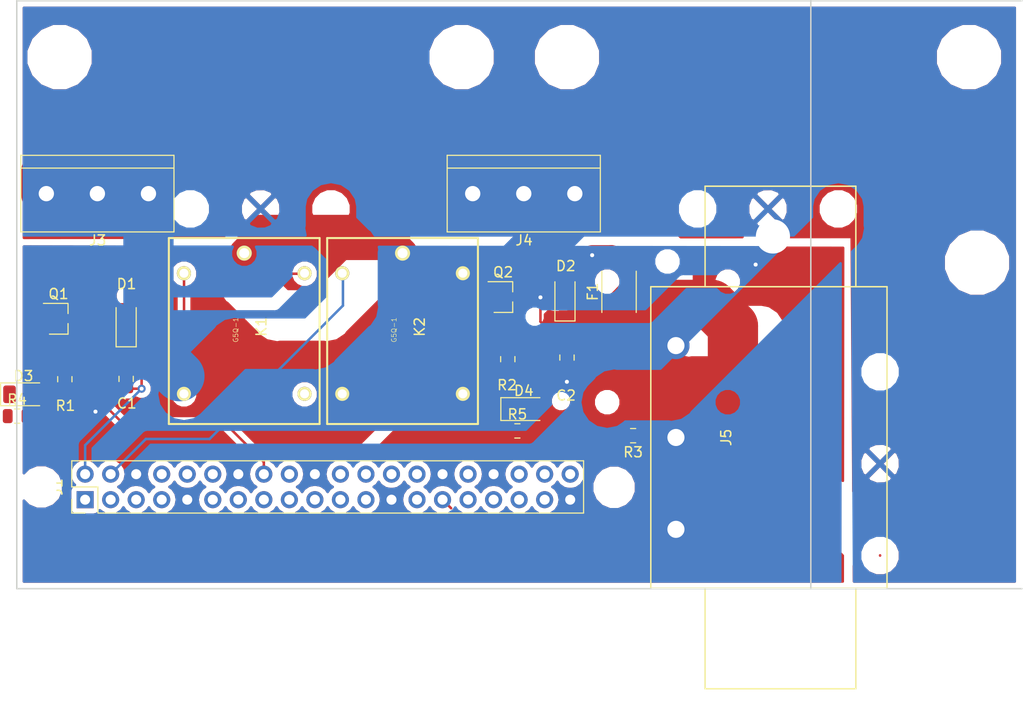
<source format=kicad_pcb>
(kicad_pcb (version 20171130) (host pcbnew 5.0.2+dfsg1-1)

  (general
    (thickness 1.6)
    (drawings 4)
    (tracks 96)
    (zones 0)
    (modules 22)
    (nets 46)
  )

  (page A4)
  (layers
    (0 F.Cu signal)
    (31 B.Cu signal)
    (32 B.Adhes user)
    (33 F.Adhes user)
    (34 B.Paste user)
    (35 F.Paste user)
    (36 B.SilkS user)
    (37 F.SilkS user)
    (38 B.Mask user)
    (39 F.Mask user)
    (40 Dwgs.User user)
    (41 Cmts.User user)
    (42 Eco1.User user)
    (43 Eco2.User user)
    (44 Edge.Cuts user)
    (45 Margin user)
    (46 B.CrtYd user)
    (47 F.CrtYd user)
    (48 B.Fab user)
    (49 F.Fab user hide)
  )

  (setup
    (last_trace_width 0.25)
    (trace_clearance 0.2)
    (zone_clearance 0.508)
    (zone_45_only no)
    (trace_min 0.2)
    (segment_width 0.2)
    (edge_width 0.15)
    (via_size 0.8)
    (via_drill 0.4)
    (via_min_size 0.4)
    (via_min_drill 0.3)
    (uvia_size 0.3)
    (uvia_drill 0.1)
    (uvias_allowed no)
    (uvia_min_size 0.2)
    (uvia_min_drill 0.1)
    (pcb_text_width 0.3)
    (pcb_text_size 1.5 1.5)
    (mod_edge_width 0.15)
    (mod_text_size 1 1)
    (mod_text_width 0.15)
    (pad_size 1.5 1.5)
    (pad_drill 1)
    (pad_to_mask_clearance 0)
    (solder_mask_min_width 0.25)
    (aux_axis_origin 0 0)
    (visible_elements FFFFFF7F)
    (pcbplotparams
      (layerselection 0x010f0_ffffffff)
      (usegerberextensions true)
      (usegerberattributes false)
      (usegerberadvancedattributes false)
      (creategerberjobfile false)
      (excludeedgelayer true)
      (linewidth 0.100000)
      (plotframeref false)
      (viasonmask false)
      (mode 1)
      (useauxorigin false)
      (hpglpennumber 1)
      (hpglpenspeed 20)
      (hpglpendiameter 15.000000)
      (psnegative false)
      (psa4output false)
      (plotreference true)
      (plotvalue false)
      (plotinvisibletext false)
      (padsonsilk false)
      (subtractmaskfromsilk true)
      (outputformat 1)
      (mirror false)
      (drillshape 0)
      (scaleselection 1)
      (outputdirectory "/tmp"))
  )

  (net 0 "")
  (net 1 5V)
  (net 2 "Net-(C1-Pad2)")
  (net 3 "Net-(C2-Pad2)")
  (net 4 3V3)
  (net 5 SDA)
  (net 6 SCL)
  (net 7 GND)
  (net 8 HREF)
  (net 9 D7)
  (net 10 RESET)
  (net 11 "Net-(J1-Pad11)")
  (net 12 "Net-(J1-Pad12)")
  (net 13 "Net-(J1-Pad13)")
  (net 14 "Net-(J1-Pad15)")
  (net 15 RELAY1)
  (net 16 "Net-(J1-Pad18)")
  (net 17 D3)
  (net 18 D2)
  (net 19 RELAY2)
  (net 20 D4)
  (net 21 D1)
  (net 22 D0)
  (net 23 "Net-(J1-Pad27)")
  (net 24 "Net-(J1-Pad28)")
  (net 25 VSYNC)
  (net 26 PCLK)
  (net 27 D5)
  (net 28 D6)
  (net 29 "Net-(J1-Pad35)")
  (net 30 PWDN)
  (net 31 "Net-(J1-Pad37)")
  (net 32 "Net-(J1-Pad38)")
  (net 33 "Net-(J1-Pad40)")
  (net 34 AC_RELAY1)
  (net 35 "Net-(J3-Pad3)")
  (net 36 "Net-(J3-Pad2)")
  (net 37 AC_RELAY2)
  (net 38 AC_H)
  (net 39 "Net-(Q1-Pad1)")
  (net 40 "Net-(Q2-Pad1)")
  (net 41 "Net-(K1-Pad4)")
  (net 42 "Net-(K2-Pad4)")
  (net 43 "Net-(F1-Pad1)")
  (net 44 "Net-(D3-Pad2)")
  (net 45 "Net-(D4-Pad2)")

  (net_class Default "This is the default net class."
    (clearance 0.2)
    (trace_width 0.25)
    (via_dia 0.8)
    (via_drill 0.4)
    (uvia_dia 0.3)
    (uvia_drill 0.1)
    (add_net 3V3)
    (add_net 5V)
    (add_net AC_H)
    (add_net AC_RELAY1)
    (add_net AC_RELAY2)
    (add_net D0)
    (add_net D1)
    (add_net D2)
    (add_net D3)
    (add_net D4)
    (add_net D5)
    (add_net D6)
    (add_net D7)
    (add_net GND)
    (add_net HREF)
    (add_net "Net-(C1-Pad2)")
    (add_net "Net-(C2-Pad2)")
    (add_net "Net-(D3-Pad2)")
    (add_net "Net-(D4-Pad2)")
    (add_net "Net-(F1-Pad1)")
    (add_net "Net-(J1-Pad11)")
    (add_net "Net-(J1-Pad12)")
    (add_net "Net-(J1-Pad13)")
    (add_net "Net-(J1-Pad15)")
    (add_net "Net-(J1-Pad18)")
    (add_net "Net-(J1-Pad27)")
    (add_net "Net-(J1-Pad28)")
    (add_net "Net-(J1-Pad35)")
    (add_net "Net-(J1-Pad37)")
    (add_net "Net-(J1-Pad38)")
    (add_net "Net-(J1-Pad40)")
    (add_net "Net-(J3-Pad2)")
    (add_net "Net-(J3-Pad3)")
    (add_net "Net-(K1-Pad4)")
    (add_net "Net-(K2-Pad4)")
    (add_net "Net-(Q1-Pad1)")
    (add_net "Net-(Q2-Pad1)")
    (add_net PCLK)
    (add_net PWDN)
    (add_net RELAY1)
    (add_net RELAY2)
    (add_net RESET)
    (add_net SCL)
    (add_net SDA)
    (add_net VSYNC)
  )

  (module LP_connectors:Raspberry_PI_header (layer F.Cu) (tedit 5C9A4FF9) (tstamp 5CA7A0D4)
    (at 106.8 87.1 90)
    (descr "Through hole straight socket strip, 2x20, 2.54mm pitch, double cols (from Kicad 4.0.7), script generated")
    (tags "Through hole socket strip THT 2x20 2.54mm double row")
    (path /5C9A54A5)
    (fp_text reference J1 (at -1.27 -2.77 90) (layer F.SilkS)
      (effects (font (size 1 1) (thickness 0.15)))
    )
    (fp_text value Raspberry_Pi_2_3 (at -1.27 51.03 90) (layer F.Fab)
      (effects (font (size 1 1) (thickness 0.15)))
    )
    (fp_text user %R (at -1.27 24.13 180) (layer F.Fab)
      (effects (font (size 1 1) (thickness 0.15)))
    )
    (fp_line (start -4.34 50) (end -4.34 -1.8) (layer F.CrtYd) (width 0.05))
    (fp_line (start 1.76 50) (end -4.34 50) (layer F.CrtYd) (width 0.05))
    (fp_line (start 1.76 -1.8) (end 1.76 50) (layer F.CrtYd) (width 0.05))
    (fp_line (start -4.34 -1.8) (end 1.76 -1.8) (layer F.CrtYd) (width 0.05))
    (fp_line (start -1.27 -1.33) (end 1.33 -1.33) (layer F.SilkS) (width 0.12))
    (fp_line (start -3.87 -1.33) (end -3.87 0) (layer F.SilkS) (width 0.12))
    (fp_line (start -1.27 -1.33) (end -1.27 1.27) (layer F.SilkS) (width 0.12))
    (fp_line (start -1.27 1.27) (end -3.81 1.27) (layer F.SilkS) (width 0.12))
    (fp_line (start 1.33 -1.33) (end 1.33 49.59) (layer F.SilkS) (width 0.12))
    (fp_line (start -3.87 49.59) (end 1.33 49.59) (layer F.SilkS) (width 0.12))
    (fp_line (start -3.87 1.27) (end -3.87 49.59) (layer F.SilkS) (width 0.12))
    (fp_line (start -3.87 -1.33) (end -2.5 -1.33) (layer F.SilkS) (width 0.12))
    (fp_line (start -3.81 49.53) (end -3.81 0.64) (layer F.Fab) (width 0.1))
    (fp_line (start 1.27 49.53) (end -3.81 49.53) (layer F.Fab) (width 0.1))
    (fp_line (start 1.27 -1.27) (end 1.27 49.53) (layer F.Fab) (width 0.1))
    (fp_line (start -3.8 -0.2) (end -2.8 -1.2) (layer F.Fab) (width 0.1))
    (fp_line (start -2.2 -1.27) (end 1.33 -1.27) (layer F.Fab) (width 0.1))
    (pad 39 thru_hole oval (at -2.54 48.26 90) (size 1.7 1.7) (drill 1) (layers *.Cu *.Mask)
      (net 7 GND))
    (pad 40 thru_hole oval (at 0 48.26 90) (size 1.7 1.7) (drill 1) (layers *.Cu *.Mask)
      (net 33 "Net-(J1-Pad40)"))
    (pad 37 thru_hole oval (at -2.54 45.72 90) (size 1.7 1.7) (drill 1) (layers *.Cu *.Mask)
      (net 31 "Net-(J1-Pad37)"))
    (pad 38 thru_hole oval (at 0 45.72 90) (size 1.7 1.7) (drill 1) (layers *.Cu *.Mask)
      (net 32 "Net-(J1-Pad38)"))
    (pad 35 thru_hole oval (at -2.54 43.18 90) (size 1.7 1.7) (drill 1) (layers *.Cu *.Mask)
      (net 29 "Net-(J1-Pad35)"))
    (pad 36 thru_hole oval (at 0 43.18 90) (size 1.7 1.7) (drill 1) (layers *.Cu *.Mask)
      (net 30 PWDN))
    (pad 33 thru_hole oval (at -2.54 40.64 90) (size 1.7 1.7) (drill 1) (layers *.Cu *.Mask)
      (net 28 D6))
    (pad 34 thru_hole oval (at 0 40.64 90) (size 1.7 1.7) (drill 1) (layers *.Cu *.Mask)
      (net 7 GND))
    (pad 31 thru_hole oval (at -2.54 38.1 90) (size 1.7 1.7) (drill 1) (layers *.Cu *.Mask)
      (net 26 PCLK))
    (pad 32 thru_hole oval (at 0 38.1 90) (size 1.7 1.7) (drill 1) (layers *.Cu *.Mask)
      (net 27 D5))
    (pad 29 thru_hole oval (at -2.54 35.56 90) (size 1.7 1.7) (drill 1) (layers *.Cu *.Mask)
      (net 25 VSYNC))
    (pad 30 thru_hole oval (at 0 35.56 90) (size 1.7 1.7) (drill 1) (layers *.Cu *.Mask)
      (net 7 GND))
    (pad 27 thru_hole oval (at -2.54 33.02 90) (size 1.7 1.7) (drill 1) (layers *.Cu *.Mask)
      (net 23 "Net-(J1-Pad27)"))
    (pad 28 thru_hole oval (at 0 33.02 90) (size 1.7 1.7) (drill 1) (layers *.Cu *.Mask)
      (net 24 "Net-(J1-Pad28)"))
    (pad 25 thru_hole oval (at -2.54 30.48 90) (size 1.7 1.7) (drill 1) (layers *.Cu *.Mask)
      (net 7 GND))
    (pad 26 thru_hole oval (at 0 30.48 90) (size 1.7 1.7) (drill 1) (layers *.Cu *.Mask)
      (net 22 D0))
    (pad 23 thru_hole oval (at -2.54 27.94 90) (size 1.7 1.7) (drill 1) (layers *.Cu *.Mask)
      (net 20 D4))
    (pad 24 thru_hole oval (at 0 27.94 90) (size 1.7 1.7) (drill 1) (layers *.Cu *.Mask)
      (net 21 D1))
    (pad 21 thru_hole oval (at -2.54 25.4 90) (size 1.7 1.7) (drill 1) (layers *.Cu *.Mask)
      (net 18 D2))
    (pad 22 thru_hole oval (at 0 25.4 90) (size 1.7 1.7) (drill 1) (layers *.Cu *.Mask)
      (net 19 RELAY2))
    (pad 19 thru_hole oval (at -2.54 22.86 90) (size 1.7 1.7) (drill 1) (layers *.Cu *.Mask)
      (net 17 D3))
    (pad 20 thru_hole oval (at 0 22.86 90) (size 1.7 1.7) (drill 1) (layers *.Cu *.Mask)
      (net 7 GND))
    (pad 17 thru_hole oval (at -2.54 20.32 90) (size 1.7 1.7) (drill 1) (layers *.Cu *.Mask)
      (net 4 3V3))
    (pad 18 thru_hole oval (at 0 20.32 90) (size 1.7 1.7) (drill 1) (layers *.Cu *.Mask)
      (net 16 "Net-(J1-Pad18)"))
    (pad 15 thru_hole oval (at -2.54 17.78 90) (size 1.7 1.7) (drill 1) (layers *.Cu *.Mask)
      (net 14 "Net-(J1-Pad15)"))
    (pad 16 thru_hole oval (at 0 17.78 90) (size 1.7 1.7) (drill 1) (layers *.Cu *.Mask)
      (net 15 RELAY1))
    (pad 13 thru_hole oval (at -2.54 15.24 90) (size 1.7 1.7) (drill 1) (layers *.Cu *.Mask)
      (net 13 "Net-(J1-Pad13)"))
    (pad 14 thru_hole oval (at 0 15.24 90) (size 1.7 1.7) (drill 1) (layers *.Cu *.Mask)
      (net 7 GND))
    (pad 11 thru_hole oval (at -2.54 12.7 90) (size 1.7 1.7) (drill 1) (layers *.Cu *.Mask)
      (net 11 "Net-(J1-Pad11)"))
    (pad 12 thru_hole oval (at 0 12.7 90) (size 1.7 1.7) (drill 1) (layers *.Cu *.Mask)
      (net 12 "Net-(J1-Pad12)"))
    (pad 9 thru_hole oval (at -2.54 10.16 90) (size 1.7 1.7) (drill 1) (layers *.Cu *.Mask)
      (net 7 GND))
    (pad 10 thru_hole oval (at 0 10.16 90) (size 1.7 1.7) (drill 1) (layers *.Cu *.Mask)
      (net 10 RESET))
    (pad 7 thru_hole oval (at -2.54 7.62 90) (size 1.7 1.7) (drill 1) (layers *.Cu *.Mask)
      (net 8 HREF))
    (pad 8 thru_hole oval (at 0 7.62 90) (size 1.7 1.7) (drill 1) (layers *.Cu *.Mask)
      (net 9 D7))
    (pad 5 thru_hole oval (at -2.54 5.08 90) (size 1.7 1.7) (drill 1) (layers *.Cu *.Mask)
      (net 6 SCL))
    (pad 6 thru_hole oval (at 0 5.08 90) (size 1.7 1.7) (drill 1) (layers *.Cu *.Mask)
      (net 7 GND))
    (pad 3 thru_hole oval (at -2.54 2.54 90) (size 1.7 1.7) (drill 1) (layers *.Cu *.Mask)
      (net 5 SDA))
    (pad 4 thru_hole oval (at 0 2.54 90) (size 1.7 1.7) (drill 1) (layers *.Cu *.Mask)
      (net 1 5V))
    (pad 1 thru_hole rect (at -2.54 0 90) (size 1.7 1.7) (drill 1) (layers *.Cu *.Mask)
      (net 4 3V3))
    (pad 2 thru_hole circle (at 0 0 90) (size 1.7 1.7) (drill 1) (layers *.Cu *.Mask)
      (net 1 5V))
    (model ${KISYS3DMOD}/Connector_PinSocket_2.54mm.3dshapes/PinSocket_2x20_P2.54mm_Vertical.wrl
      (at (xyz 0 0 0))
      (scale (xyz 1 1 1))
      (rotate (xyz 0 0 0))
    )
  )

  (module LP_connectors:PX0580_PC (layer F.Cu) (tedit 5CBCC78D) (tstamp 5CA7A135)
    (at 165.58 83.45 90)
    (path /5C9A9729)
    (fp_text reference J5 (at 0 5 90) (layer F.SilkS)
      (effects (font (size 1 1) (thickness 0.15)))
    )
    (fp_text value Conn_01x03_Female (at 0 3 90) (layer F.Fab)
      (effects (font (size 1 1) (thickness 0.15)))
    )
    (fp_line (start -25 2.9) (end -15 2.9) (layer F.SilkS) (width 0.15))
    (fp_line (start -25 17.9) (end -25 2.9) (layer F.SilkS) (width 0.15))
    (fp_line (start -15 17.9) (end -25 17.9) (layer F.SilkS) (width 0.15))
    (fp_line (start 25 17.9) (end 15 17.9) (layer F.SilkS) (width 0.15))
    (fp_line (start 25 2.9) (end 25 17.9) (layer F.SilkS) (width 0.15))
    (fp_line (start 15 2.9) (end 25 2.9) (layer F.SilkS) (width 0.15))
    (fp_line (start -15 21) (end -15 -2.5) (layer F.SilkS) (width 0.15))
    (fp_line (start 15 21) (end -15 21) (layer F.SilkS) (width 0.15))
    (fp_line (start 15 -2.5) (end 15 21) (layer F.SilkS) (width 0.15))
    (fp_line (start -15 -2.5) (end 15 -2.5) (layer F.SilkS) (width 0.15))
    (pad "" np_thru_hole circle (at 20 9.65 90) (size 3.4 3.4) (drill 3.4) (layers *.Cu *.Mask)
      (clearance 1.5))
    (pad "" np_thru_hole circle (at -20 9.65 90) (size 3.4 3.4) (drill 3.4) (layers *.Cu *.Mask)
      (clearance 1.5))
    (pad 1 thru_hole circle (at -9.14 0 90) (size 2.7 2.7) (drill 1.7) (layers *.Cu *.Mask)
      (net 43 "Net-(F1-Pad1)") (zone_connect 1))
    (pad 3 thru_hole circle (at 9.14 0 90) (size 2.7 2.7) (drill 1.7) (layers *.Cu *.Mask)
      (net 35 "Net-(J3-Pad3)") (zone_connect 1))
    (pad 2 thru_hole circle (at 0 0 90) (size 2.7 2.7) (drill 1.7) (layers *.Cu *.Mask)
      (net 36 "Net-(J3-Pad2)") (zone_connect 1))
  )

  (module Capacitor_SMD:C_0805_2012Metric (layer F.Cu) (tedit 5B36C52B) (tstamp 5CA7A053)
    (at 110.88 77.6225 90)
    (descr "Capacitor SMD 0805 (2012 Metric), square (rectangular) end terminal, IPC_7351 nominal, (Body size source: https://docs.google.com/spreadsheets/d/1BsfQQcO9C6DZCsRaXUlFlo91Tg2WpOkGARC1WS5S8t0/edit?usp=sharing), generated with kicad-footprint-generator")
    (tags capacitor)
    (path /5C9A3CF1/5C9A9590)
    (attr smd)
    (fp_text reference C1 (at -2.4375 0.07 180) (layer F.SilkS)
      (effects (font (size 1 1) (thickness 0.15)))
    )
    (fp_text value 4.7uF (at 0 1.65 90) (layer F.Fab)
      (effects (font (size 1 1) (thickness 0.15)))
    )
    (fp_line (start -1 0.6) (end -1 -0.6) (layer F.Fab) (width 0.1))
    (fp_line (start -1 -0.6) (end 1 -0.6) (layer F.Fab) (width 0.1))
    (fp_line (start 1 -0.6) (end 1 0.6) (layer F.Fab) (width 0.1))
    (fp_line (start 1 0.6) (end -1 0.6) (layer F.Fab) (width 0.1))
    (fp_line (start -0.258578 -0.71) (end 0.258578 -0.71) (layer F.SilkS) (width 0.12))
    (fp_line (start -0.258578 0.71) (end 0.258578 0.71) (layer F.SilkS) (width 0.12))
    (fp_line (start -1.68 0.95) (end -1.68 -0.95) (layer F.CrtYd) (width 0.05))
    (fp_line (start -1.68 -0.95) (end 1.68 -0.95) (layer F.CrtYd) (width 0.05))
    (fp_line (start 1.68 -0.95) (end 1.68 0.95) (layer F.CrtYd) (width 0.05))
    (fp_line (start 1.68 0.95) (end -1.68 0.95) (layer F.CrtYd) (width 0.05))
    (fp_text user %R (at 0 0 90) (layer F.Fab)
      (effects (font (size 0.5 0.5) (thickness 0.08)))
    )
    (pad 1 smd roundrect (at -0.9375 0 90) (size 0.975 1.4) (layers F.Cu F.Paste F.Mask) (roundrect_rratio 0.25)
      (net 1 5V))
    (pad 2 smd roundrect (at 0.9375 0 90) (size 0.975 1.4) (layers F.Cu F.Paste F.Mask) (roundrect_rratio 0.25)
      (net 2 "Net-(C1-Pad2)"))
    (model ${KISYS3DMOD}/Capacitor_SMD.3dshapes/C_0805_2012Metric.wrl
      (at (xyz 0 0 0))
      (scale (xyz 1 1 1))
      (rotate (xyz 0 0 0))
    )
  )

  (module Capacitor_SMD:C_0805_2012Metric (layer F.Cu) (tedit 5B36C52B) (tstamp 5CA7A064)
    (at 154.74 75.5 90)
    (descr "Capacitor SMD 0805 (2012 Metric), square (rectangular) end terminal, IPC_7351 nominal, (Body size source: https://docs.google.com/spreadsheets/d/1BsfQQcO9C6DZCsRaXUlFlo91Tg2WpOkGARC1WS5S8t0/edit?usp=sharing), generated with kicad-footprint-generator")
    (tags capacitor)
    (path /5C9A8B1E/5C32FEDE)
    (attr smd)
    (fp_text reference C2 (at -3.77 -0.09 180) (layer F.SilkS)
      (effects (font (size 1 1) (thickness 0.15)))
    )
    (fp_text value 4.7uF (at 0 1.65 90) (layer F.Fab)
      (effects (font (size 1 1) (thickness 0.15)))
    )
    (fp_text user %R (at 0 0 90) (layer F.Fab)
      (effects (font (size 0.5 0.5) (thickness 0.08)))
    )
    (fp_line (start 1.68 0.95) (end -1.68 0.95) (layer F.CrtYd) (width 0.05))
    (fp_line (start 1.68 -0.95) (end 1.68 0.95) (layer F.CrtYd) (width 0.05))
    (fp_line (start -1.68 -0.95) (end 1.68 -0.95) (layer F.CrtYd) (width 0.05))
    (fp_line (start -1.68 0.95) (end -1.68 -0.95) (layer F.CrtYd) (width 0.05))
    (fp_line (start -0.258578 0.71) (end 0.258578 0.71) (layer F.SilkS) (width 0.12))
    (fp_line (start -0.258578 -0.71) (end 0.258578 -0.71) (layer F.SilkS) (width 0.12))
    (fp_line (start 1 0.6) (end -1 0.6) (layer F.Fab) (width 0.1))
    (fp_line (start 1 -0.6) (end 1 0.6) (layer F.Fab) (width 0.1))
    (fp_line (start -1 -0.6) (end 1 -0.6) (layer F.Fab) (width 0.1))
    (fp_line (start -1 0.6) (end -1 -0.6) (layer F.Fab) (width 0.1))
    (pad 2 smd roundrect (at 0.9375 0 90) (size 0.975 1.4) (layers F.Cu F.Paste F.Mask) (roundrect_rratio 0.25)
      (net 3 "Net-(C2-Pad2)"))
    (pad 1 smd roundrect (at -0.9375 0 90) (size 0.975 1.4) (layers F.Cu F.Paste F.Mask) (roundrect_rratio 0.25)
      (net 1 5V))
    (model ${KISYS3DMOD}/Capacitor_SMD.3dshapes/C_0805_2012Metric.wrl
      (at (xyz 0 0 0))
      (scale (xyz 1 1 1))
      (rotate (xyz 0 0 0))
    )
  )

  (module Diode_SMD:D_SOD-123 (layer F.Cu) (tedit 58645DC7) (tstamp 5CA7A07D)
    (at 110.88 72.18 90)
    (descr SOD-123)
    (tags SOD-123)
    (path /5C9A3CF1/5C9A958E)
    (attr smd)
    (fp_text reference D1 (at 4 0.04 180) (layer F.SilkS)
      (effects (font (size 1 1) (thickness 0.15)))
    )
    (fp_text value B5818WS (at 0 2.1 90) (layer F.Fab)
      (effects (font (size 1 1) (thickness 0.15)))
    )
    (fp_text user %R (at 0 -2 90) (layer F.Fab)
      (effects (font (size 1 1) (thickness 0.15)))
    )
    (fp_line (start -2.25 -1) (end -2.25 1) (layer F.SilkS) (width 0.12))
    (fp_line (start 0.25 0) (end 0.75 0) (layer F.Fab) (width 0.1))
    (fp_line (start 0.25 0.4) (end -0.35 0) (layer F.Fab) (width 0.1))
    (fp_line (start 0.25 -0.4) (end 0.25 0.4) (layer F.Fab) (width 0.1))
    (fp_line (start -0.35 0) (end 0.25 -0.4) (layer F.Fab) (width 0.1))
    (fp_line (start -0.35 0) (end -0.35 0.55) (layer F.Fab) (width 0.1))
    (fp_line (start -0.35 0) (end -0.35 -0.55) (layer F.Fab) (width 0.1))
    (fp_line (start -0.75 0) (end -0.35 0) (layer F.Fab) (width 0.1))
    (fp_line (start -1.4 0.9) (end -1.4 -0.9) (layer F.Fab) (width 0.1))
    (fp_line (start 1.4 0.9) (end -1.4 0.9) (layer F.Fab) (width 0.1))
    (fp_line (start 1.4 -0.9) (end 1.4 0.9) (layer F.Fab) (width 0.1))
    (fp_line (start -1.4 -0.9) (end 1.4 -0.9) (layer F.Fab) (width 0.1))
    (fp_line (start -2.35 -1.15) (end 2.35 -1.15) (layer F.CrtYd) (width 0.05))
    (fp_line (start 2.35 -1.15) (end 2.35 1.15) (layer F.CrtYd) (width 0.05))
    (fp_line (start 2.35 1.15) (end -2.35 1.15) (layer F.CrtYd) (width 0.05))
    (fp_line (start -2.35 -1.15) (end -2.35 1.15) (layer F.CrtYd) (width 0.05))
    (fp_line (start -2.25 1) (end 1.65 1) (layer F.SilkS) (width 0.12))
    (fp_line (start -2.25 -1) (end 1.65 -1) (layer F.SilkS) (width 0.12))
    (pad 1 smd rect (at -1.65 0 90) (size 0.9 1.2) (layers F.Cu F.Paste F.Mask)
      (net 1 5V))
    (pad 2 smd rect (at 1.65 0 90) (size 0.9 1.2) (layers F.Cu F.Paste F.Mask)
      (net 2 "Net-(C1-Pad2)"))
    (model ${KISYS3DMOD}/Diode_SMD.3dshapes/D_SOD-123.wrl
      (at (xyz 0 0 0))
      (scale (xyz 1 1 1))
      (rotate (xyz 0 0 0))
    )
  )

  (module Diode_SMD:D_SOD-123 (layer F.Cu) (tedit 58645DC7) (tstamp 5CA7A096)
    (at 154.54 69.61 90)
    (descr SOD-123)
    (tags SOD-123)
    (path /5C9A8B1E/5B938EB0)
    (attr smd)
    (fp_text reference D2 (at 3.22 0.08 180) (layer F.SilkS)
      (effects (font (size 1 1) (thickness 0.15)))
    )
    (fp_text value B5818WS (at 0 2.1 90) (layer F.Fab)
      (effects (font (size 1 1) (thickness 0.15)))
    )
    (fp_line (start -2.25 -1) (end 1.65 -1) (layer F.SilkS) (width 0.12))
    (fp_line (start -2.25 1) (end 1.65 1) (layer F.SilkS) (width 0.12))
    (fp_line (start -2.35 -1.15) (end -2.35 1.15) (layer F.CrtYd) (width 0.05))
    (fp_line (start 2.35 1.15) (end -2.35 1.15) (layer F.CrtYd) (width 0.05))
    (fp_line (start 2.35 -1.15) (end 2.35 1.15) (layer F.CrtYd) (width 0.05))
    (fp_line (start -2.35 -1.15) (end 2.35 -1.15) (layer F.CrtYd) (width 0.05))
    (fp_line (start -1.4 -0.9) (end 1.4 -0.9) (layer F.Fab) (width 0.1))
    (fp_line (start 1.4 -0.9) (end 1.4 0.9) (layer F.Fab) (width 0.1))
    (fp_line (start 1.4 0.9) (end -1.4 0.9) (layer F.Fab) (width 0.1))
    (fp_line (start -1.4 0.9) (end -1.4 -0.9) (layer F.Fab) (width 0.1))
    (fp_line (start -0.75 0) (end -0.35 0) (layer F.Fab) (width 0.1))
    (fp_line (start -0.35 0) (end -0.35 -0.55) (layer F.Fab) (width 0.1))
    (fp_line (start -0.35 0) (end -0.35 0.55) (layer F.Fab) (width 0.1))
    (fp_line (start -0.35 0) (end 0.25 -0.4) (layer F.Fab) (width 0.1))
    (fp_line (start 0.25 -0.4) (end 0.25 0.4) (layer F.Fab) (width 0.1))
    (fp_line (start 0.25 0.4) (end -0.35 0) (layer F.Fab) (width 0.1))
    (fp_line (start 0.25 0) (end 0.75 0) (layer F.Fab) (width 0.1))
    (fp_line (start -2.25 -1) (end -2.25 1) (layer F.SilkS) (width 0.12))
    (fp_text user %R (at 0 -2 90) (layer F.Fab)
      (effects (font (size 1 1) (thickness 0.15)))
    )
    (pad 2 smd rect (at 1.65 0 90) (size 0.9 1.2) (layers F.Cu F.Paste F.Mask)
      (net 3 "Net-(C2-Pad2)"))
    (pad 1 smd rect (at -1.65 0 90) (size 0.9 1.2) (layers F.Cu F.Paste F.Mask)
      (net 1 5V))
    (model ${KISYS3DMOD}/Diode_SMD.3dshapes/D_SOD-123.wrl
      (at (xyz 0 0 0))
      (scale (xyz 1 1 1))
      (rotate (xyz 0 0 0))
    )
  )

  (module Package_TO_SOT_SMD:TSOT-23 (layer F.Cu) (tedit 5A02FF57) (tstamp 5CA7A14A)
    (at 104.15 71.62)
    (descr "3-pin TSOT23 package, http://www.analog.com.tw/pdf/All_In_One.pdf")
    (tags TSOT-23)
    (path /5C9A3CF1/5C9A958F)
    (attr smd)
    (fp_text reference Q1 (at 0 -2.45) (layer F.SilkS)
      (effects (font (size 1 1) (thickness 0.15)))
    )
    (fp_text value 2N7002 (at 0 2.5) (layer F.Fab)
      (effects (font (size 1 1) (thickness 0.15)))
    )
    (fp_text user %R (at 0 0 90) (layer F.Fab)
      (effects (font (size 0.5 0.5) (thickness 0.075)))
    )
    (fp_line (start 0.95 0.5) (end 0.95 1.55) (layer F.SilkS) (width 0.12))
    (fp_line (start 0.95 1.55) (end -0.9 1.55) (layer F.SilkS) (width 0.12))
    (fp_line (start 0.95 -1.5) (end 0.95 -0.5) (layer F.SilkS) (width 0.12))
    (fp_line (start 0.93 -1.51) (end -1.5 -1.51) (layer F.SilkS) (width 0.12))
    (fp_line (start -0.88 -1) (end -0.43 -1.45) (layer F.Fab) (width 0.1))
    (fp_line (start 0.88 -1.45) (end -0.43 -1.45) (layer F.Fab) (width 0.1))
    (fp_line (start -0.88 -1) (end -0.88 1.45) (layer F.Fab) (width 0.1))
    (fp_line (start 0.88 1.45) (end -0.88 1.45) (layer F.Fab) (width 0.1))
    (fp_line (start 0.88 -1.45) (end 0.88 1.45) (layer F.Fab) (width 0.1))
    (fp_line (start -2.17 -1.7) (end 2.17 -1.7) (layer F.CrtYd) (width 0.05))
    (fp_line (start -2.17 -1.7) (end -2.17 1.7) (layer F.CrtYd) (width 0.05))
    (fp_line (start 2.17 1.7) (end 2.17 -1.7) (layer F.CrtYd) (width 0.05))
    (fp_line (start 2.17 1.7) (end -2.17 1.7) (layer F.CrtYd) (width 0.05))
    (pad 1 smd rect (at -1.31 -0.95) (size 1.22 0.65) (layers F.Cu F.Paste F.Mask)
      (net 39 "Net-(Q1-Pad1)"))
    (pad 2 smd rect (at -1.31 0.95) (size 1.22 0.65) (layers F.Cu F.Paste F.Mask)
      (net 7 GND))
    (pad 3 smd rect (at 1.31 0) (size 1.22 0.65) (layers F.Cu F.Paste F.Mask)
      (net 2 "Net-(C1-Pad2)"))
    (model ${KISYS3DMOD}/Package_TO_SOT_SMD.3dshapes/TSOT-23.wrl
      (at (xyz 0 0 0))
      (scale (xyz 1 1 1))
      (rotate (xyz 0 0 0))
    )
  )

  (module Package_TO_SOT_SMD:TSOT-23 (layer F.Cu) (tedit 5A02FF57) (tstamp 5CA7A15F)
    (at 148.39 69.46)
    (descr "3-pin TSOT23 package, http://www.analog.com.tw/pdf/All_In_One.pdf")
    (tags TSOT-23)
    (path /5C9A8B1E/5B938EBB)
    (attr smd)
    (fp_text reference Q2 (at 0 -2.45) (layer F.SilkS)
      (effects (font (size 1 1) (thickness 0.15)))
    )
    (fp_text value 2N7002 (at 0 2.5) (layer F.Fab)
      (effects (font (size 1 1) (thickness 0.15)))
    )
    (fp_line (start 2.17 1.7) (end -2.17 1.7) (layer F.CrtYd) (width 0.05))
    (fp_line (start 2.17 1.7) (end 2.17 -1.7) (layer F.CrtYd) (width 0.05))
    (fp_line (start -2.17 -1.7) (end -2.17 1.7) (layer F.CrtYd) (width 0.05))
    (fp_line (start -2.17 -1.7) (end 2.17 -1.7) (layer F.CrtYd) (width 0.05))
    (fp_line (start 0.88 -1.45) (end 0.88 1.45) (layer F.Fab) (width 0.1))
    (fp_line (start 0.88 1.45) (end -0.88 1.45) (layer F.Fab) (width 0.1))
    (fp_line (start -0.88 -1) (end -0.88 1.45) (layer F.Fab) (width 0.1))
    (fp_line (start 0.88 -1.45) (end -0.43 -1.45) (layer F.Fab) (width 0.1))
    (fp_line (start -0.88 -1) (end -0.43 -1.45) (layer F.Fab) (width 0.1))
    (fp_line (start 0.93 -1.51) (end -1.5 -1.51) (layer F.SilkS) (width 0.12))
    (fp_line (start 0.95 -1.5) (end 0.95 -0.5) (layer F.SilkS) (width 0.12))
    (fp_line (start 0.95 1.55) (end -0.9 1.55) (layer F.SilkS) (width 0.12))
    (fp_line (start 0.95 0.5) (end 0.95 1.55) (layer F.SilkS) (width 0.12))
    (fp_text user %R (at 0 0 90) (layer F.Fab)
      (effects (font (size 0.5 0.5) (thickness 0.075)))
    )
    (pad 3 smd rect (at 1.31 0) (size 1.22 0.65) (layers F.Cu F.Paste F.Mask)
      (net 3 "Net-(C2-Pad2)"))
    (pad 2 smd rect (at -1.31 0.95) (size 1.22 0.65) (layers F.Cu F.Paste F.Mask)
      (net 7 GND))
    (pad 1 smd rect (at -1.31 -0.95) (size 1.22 0.65) (layers F.Cu F.Paste F.Mask)
      (net 40 "Net-(Q2-Pad1)"))
    (model ${KISYS3DMOD}/Package_TO_SOT_SMD.3dshapes/TSOT-23.wrl
      (at (xyz 0 0 0))
      (scale (xyz 1 1 1))
      (rotate (xyz 0 0 0))
    )
  )

  (module Resistor_SMD:R_0805_2012Metric (layer F.Cu) (tedit 5B36C52B) (tstamp 5CA7A170)
    (at 104.78 77.6525 270)
    (descr "Resistor SMD 0805 (2012 Metric), square (rectangular) end terminal, IPC_7351 nominal, (Body size source: https://docs.google.com/spreadsheets/d/1BsfQQcO9C6DZCsRaXUlFlo91Tg2WpOkGARC1WS5S8t0/edit?usp=sharing), generated with kicad-footprint-generator")
    (tags resistor)
    (path /5C9A3CF1/5C9A9591)
    (attr smd)
    (fp_text reference R1 (at 2.6375 -0.06) (layer F.SilkS)
      (effects (font (size 1 1) (thickness 0.15)))
    )
    (fp_text value 2K (at 0 1.65 270) (layer F.Fab)
      (effects (font (size 1 1) (thickness 0.15)))
    )
    (fp_line (start -1 0.6) (end -1 -0.6) (layer F.Fab) (width 0.1))
    (fp_line (start -1 -0.6) (end 1 -0.6) (layer F.Fab) (width 0.1))
    (fp_line (start 1 -0.6) (end 1 0.6) (layer F.Fab) (width 0.1))
    (fp_line (start 1 0.6) (end -1 0.6) (layer F.Fab) (width 0.1))
    (fp_line (start -0.258578 -0.71) (end 0.258578 -0.71) (layer F.SilkS) (width 0.12))
    (fp_line (start -0.258578 0.71) (end 0.258578 0.71) (layer F.SilkS) (width 0.12))
    (fp_line (start -1.68 0.95) (end -1.68 -0.95) (layer F.CrtYd) (width 0.05))
    (fp_line (start -1.68 -0.95) (end 1.68 -0.95) (layer F.CrtYd) (width 0.05))
    (fp_line (start 1.68 -0.95) (end 1.68 0.95) (layer F.CrtYd) (width 0.05))
    (fp_line (start 1.68 0.95) (end -1.68 0.95) (layer F.CrtYd) (width 0.05))
    (fp_text user %R (at 0 0 270) (layer F.Fab)
      (effects (font (size 0.5 0.5) (thickness 0.08)))
    )
    (pad 1 smd roundrect (at -0.9375 0 270) (size 0.975 1.4) (layers F.Cu F.Paste F.Mask) (roundrect_rratio 0.25)
      (net 39 "Net-(Q1-Pad1)"))
    (pad 2 smd roundrect (at 0.9375 0 270) (size 0.975 1.4) (layers F.Cu F.Paste F.Mask) (roundrect_rratio 0.25)
      (net 15 RELAY1))
    (model ${KISYS3DMOD}/Resistor_SMD.3dshapes/R_0805_2012Metric.wrl
      (at (xyz 0 0 0))
      (scale (xyz 1 1 1))
      (rotate (xyz 0 0 0))
    )
  )

  (module Resistor_SMD:R_0805_2012Metric (layer F.Cu) (tedit 5B36C52B) (tstamp 5CA7A181)
    (at 148.85 75.66 270)
    (descr "Resistor SMD 0805 (2012 Metric), square (rectangular) end terminal, IPC_7351 nominal, (Body size source: https://docs.google.com/spreadsheets/d/1BsfQQcO9C6DZCsRaXUlFlo91Tg2WpOkGARC1WS5S8t0/edit?usp=sharing), generated with kicad-footprint-generator")
    (tags resistor)
    (path /5C9A8B1E/5C78577F)
    (attr smd)
    (fp_text reference R2 (at 2.58 0.08) (layer F.SilkS)
      (effects (font (size 1 1) (thickness 0.15)))
    )
    (fp_text value 2K (at 0 1.65 270) (layer F.Fab)
      (effects (font (size 1 1) (thickness 0.15)))
    )
    (fp_text user %R (at 0 0 270) (layer F.Fab)
      (effects (font (size 0.5 0.5) (thickness 0.08)))
    )
    (fp_line (start 1.68 0.95) (end -1.68 0.95) (layer F.CrtYd) (width 0.05))
    (fp_line (start 1.68 -0.95) (end 1.68 0.95) (layer F.CrtYd) (width 0.05))
    (fp_line (start -1.68 -0.95) (end 1.68 -0.95) (layer F.CrtYd) (width 0.05))
    (fp_line (start -1.68 0.95) (end -1.68 -0.95) (layer F.CrtYd) (width 0.05))
    (fp_line (start -0.258578 0.71) (end 0.258578 0.71) (layer F.SilkS) (width 0.12))
    (fp_line (start -0.258578 -0.71) (end 0.258578 -0.71) (layer F.SilkS) (width 0.12))
    (fp_line (start 1 0.6) (end -1 0.6) (layer F.Fab) (width 0.1))
    (fp_line (start 1 -0.6) (end 1 0.6) (layer F.Fab) (width 0.1))
    (fp_line (start -1 -0.6) (end 1 -0.6) (layer F.Fab) (width 0.1))
    (fp_line (start -1 0.6) (end -1 -0.6) (layer F.Fab) (width 0.1))
    (pad 2 smd roundrect (at 0.9375 0 270) (size 0.975 1.4) (layers F.Cu F.Paste F.Mask) (roundrect_rratio 0.25)
      (net 19 RELAY2))
    (pad 1 smd roundrect (at -0.9375 0 270) (size 0.975 1.4) (layers F.Cu F.Paste F.Mask) (roundrect_rratio 0.25)
      (net 40 "Net-(Q2-Pad1)"))
    (model ${KISYS3DMOD}/Resistor_SMD.3dshapes/R_0805_2012Metric.wrl
      (at (xyz 0 0 0))
      (scale (xyz 1 1 1))
      (rotate (xyz 0 0 0))
    )
  )

  (module switches:SRD-05VDC-SL-C (layer F.Cu) (tedit 5CEF11C1) (tstamp 5CA7A570)
    (at 122.75 72.5 270)
    (path /5C9A3CF1/5C9A958D)
    (fp_text reference K1 (at -0.050975 -1.58021 270) (layer F.SilkS)
      (effects (font (size 1 1) (thickness 0.15)))
    )
    (fp_text value G5Q-1 (at 0.254466 0.96698 270) (layer F.SilkS)
      (effects (font (size 0.480884 0.480884) (thickness 0.05)))
    )
    (fp_line (start 9.61 -7.38) (end 9.61 7.62) (layer F.SilkS) (width 0.2032))
    (fp_line (start 9.61 7.62) (end -8.89 7.62) (layer F.SilkS) (width 0.2032))
    (fp_line (start -8.89 7.62) (end -8.89 -7.38) (layer F.SilkS) (width 0.2032))
    (fp_line (start -8.89 -7.38) (end 9.61 -7.38) (layer F.SilkS) (width 0.2032))
    (pad 3 thru_hole circle (at 6.61 6.12 270) (size 1.408 1.408) (drill 0.9) (layers *.Cu *.Mask F.SilkS)
      (net 34 AC_RELAY1))
    (pad 5 thru_hole circle (at -5.39 -5.88 270) (size 1.408 1.408) (drill 0.9) (layers *.Cu *.Mask F.SilkS)
      (net 2 "Net-(C1-Pad2)"))
    (pad 2 thru_hole circle (at -7.39 0.12 270) (size 1.5 1.5) (drill 1) (layers *.Cu *.Mask F.SilkS)
      (net 38 AC_H))
    (pad 4 thru_hole circle (at 6.61 -5.88 270) (size 1.408 1.408) (drill 0.9) (layers *.Cu *.Mask F.SilkS)
      (net 41 "Net-(K1-Pad4)"))
    (pad 1 thru_hole circle (at -5.39 6.12 270) (size 1.408 1.408) (drill 0.9) (layers *.Cu *.Mask F.SilkS)
      (net 1 5V))
  )

  (module switches:SRD-05VDC-SL-C (layer F.Cu) (tedit 5CEF11CB) (tstamp 5CA7A57D)
    (at 138.5 72.5 270)
    (path /5C9A8B1E/5B89B535)
    (fp_text reference K2 (at -0.050975 -1.58021 270) (layer F.SilkS)
      (effects (font (size 1 1) (thickness 0.15)))
    )
    (fp_text value G5Q-1 (at 0.254466 0.96698 270) (layer F.SilkS)
      (effects (font (size 0.480884 0.480884) (thickness 0.05)))
    )
    (fp_line (start -8.89 -7.38) (end 9.61 -7.38) (layer F.SilkS) (width 0.2032))
    (fp_line (start -8.89 7.62) (end -8.89 -7.38) (layer F.SilkS) (width 0.2032))
    (fp_line (start 9.61 7.62) (end -8.89 7.62) (layer F.SilkS) (width 0.2032))
    (fp_line (start 9.61 -7.38) (end 9.61 7.62) (layer F.SilkS) (width 0.2032))
    (pad 1 thru_hole circle (at -5.39 6.12 270) (size 1.408 1.408) (drill 0.9) (layers *.Cu *.Mask F.SilkS)
      (net 1 5V))
    (pad 4 thru_hole circle (at 6.61 -5.88 270) (size 1.408 1.408) (drill 0.9) (layers *.Cu *.Mask F.SilkS)
      (net 42 "Net-(K2-Pad4)"))
    (pad 2 thru_hole circle (at -7.39 0.12 270) (size 1.5 1.5) (drill 1) (layers *.Cu *.Mask F.SilkS)
      (net 38 AC_H))
    (pad 5 thru_hole circle (at -5.39 -5.88 270) (size 1.408 1.408) (drill 0.9) (layers *.Cu *.Mask F.SilkS)
      (net 3 "Net-(C2-Pad2)"))
    (pad 3 thru_hole circle (at 6.61 6.12 270) (size 1.408 1.408) (drill 0.9) (layers *.Cu *.Mask F.SilkS)
      (net 37 AC_RELAY2))
  )

  (module Fuse:Fuse_2512_6332Metric (layer F.Cu) (tedit 5B301BBE) (tstamp 5CBE05D4)
    (at 159.92 68.96 90)
    (descr "Fuse SMD 2512 (6332 Metric), square (rectangular) end terminal, IPC_7351 nominal, (Body size source: http://www.tortai-tech.com/upload/download/2011102023233369053.pdf), generated with kicad-footprint-generator")
    (tags resistor)
    (path /5CBCB891)
    (attr smd)
    (fp_text reference F1 (at 0 -2.62 90) (layer F.SilkS)
      (effects (font (size 1 1) (thickness 0.15)))
    )
    (fp_text value 10A (at 0 2.62 90) (layer F.Fab)
      (effects (font (size 1 1) (thickness 0.15)))
    )
    (fp_line (start -3.15 1.6) (end -3.15 -1.6) (layer F.Fab) (width 0.1))
    (fp_line (start -3.15 -1.6) (end 3.15 -1.6) (layer F.Fab) (width 0.1))
    (fp_line (start 3.15 -1.6) (end 3.15 1.6) (layer F.Fab) (width 0.1))
    (fp_line (start 3.15 1.6) (end -3.15 1.6) (layer F.Fab) (width 0.1))
    (fp_line (start -2.052064 -1.71) (end 2.052064 -1.71) (layer F.SilkS) (width 0.12))
    (fp_line (start -2.052064 1.71) (end 2.052064 1.71) (layer F.SilkS) (width 0.12))
    (fp_line (start -3.82 1.92) (end -3.82 -1.92) (layer F.CrtYd) (width 0.05))
    (fp_line (start -3.82 -1.92) (end 3.82 -1.92) (layer F.CrtYd) (width 0.05))
    (fp_line (start 3.82 -1.92) (end 3.82 1.92) (layer F.CrtYd) (width 0.05))
    (fp_line (start 3.82 1.92) (end -3.82 1.92) (layer F.CrtYd) (width 0.05))
    (fp_text user %R (at 0 0 90) (layer F.Fab)
      (effects (font (size 1 1) (thickness 0.15)))
    )
    (pad 1 smd roundrect (at -2.9 0 90) (size 1.35 3.35) (layers F.Cu F.Paste F.Mask) (roundrect_rratio 0.185185)
      (net 43 "Net-(F1-Pad1)"))
    (pad 2 smd roundrect (at 2.9 0 90) (size 1.35 3.35) (layers F.Cu F.Paste F.Mask) (roundrect_rratio 0.185185)
      (net 38 AC_H))
    (model ${KISYS3DMOD}/Fuse.3dshapes/Fuse_2512_6332Metric.wrl
      (at (xyz 0 0 0))
      (scale (xyz 1 1 1))
      (rotate (xyz 0 0 0))
    )
  )

  (module LP_connectors:M3_screw (layer F.Cu) (tedit 597D0CD1) (tstamp 5CBCC457)
    (at 102.43 88.37)
    (fp_text reference REF** (at 0 2.6) (layer F.SilkS) hide
      (effects (font (size 1 1) (thickness 0.15)))
    )
    (fp_text value "M3 screw" (at 0 -2.36) (layer F.Fab) hide
      (effects (font (size 1 1) (thickness 0.15)))
    )
    (pad "" np_thru_hole circle (at 0 0) (size 3.1 3.1) (drill 3.1) (layers *.Cu *.Mask))
  )

  (module LP_connectors:M3_screw (layer F.Cu) (tedit 597D0CD1) (tstamp 5CBCC5B0)
    (at 159.43 88.41)
    (fp_text reference REF** (at 0 2.6) (layer F.SilkS) hide
      (effects (font (size 1 1) (thickness 0.15)))
    )
    (fp_text value "M3 screw" (at 0 -2.36) (layer F.Fab) hide
      (effects (font (size 1 1) (thickness 0.15)))
    )
    (pad "" np_thru_hole circle (at 0 0) (size 3.1 3.1) (drill 3.1) (layers *.Cu *.Mask))
  )

  (module Resistor_SMD:R_0805_2012Metric (layer F.Cu) (tedit 5B36C52B) (tstamp 5CF2B910)
    (at 161.32 83.27 180)
    (descr "Resistor SMD 0805 (2012 Metric), square (rectangular) end terminal, IPC_7351 nominal, (Body size source: https://docs.google.com/spreadsheets/d/1BsfQQcO9C6DZCsRaXUlFlo91Tg2WpOkGARC1WS5S8t0/edit?usp=sharing), generated with kicad-footprint-generator")
    (tags resistor)
    (path /5CBFB2B7)
    (attr smd)
    (fp_text reference R3 (at 0 -1.65 180) (layer F.SilkS)
      (effects (font (size 1 1) (thickness 0.15)))
    )
    (fp_text value 10K (at 0 1.65 180) (layer F.Fab)
      (effects (font (size 1 1) (thickness 0.15)))
    )
    (fp_line (start -1 0.6) (end -1 -0.6) (layer F.Fab) (width 0.1))
    (fp_line (start -1 -0.6) (end 1 -0.6) (layer F.Fab) (width 0.1))
    (fp_line (start 1 -0.6) (end 1 0.6) (layer F.Fab) (width 0.1))
    (fp_line (start 1 0.6) (end -1 0.6) (layer F.Fab) (width 0.1))
    (fp_line (start -0.258578 -0.71) (end 0.258578 -0.71) (layer F.SilkS) (width 0.12))
    (fp_line (start -0.258578 0.71) (end 0.258578 0.71) (layer F.SilkS) (width 0.12))
    (fp_line (start -1.68 0.95) (end -1.68 -0.95) (layer F.CrtYd) (width 0.05))
    (fp_line (start -1.68 -0.95) (end 1.68 -0.95) (layer F.CrtYd) (width 0.05))
    (fp_line (start 1.68 -0.95) (end 1.68 0.95) (layer F.CrtYd) (width 0.05))
    (fp_line (start 1.68 0.95) (end -1.68 0.95) (layer F.CrtYd) (width 0.05))
    (fp_text user %R (at 0 0 180) (layer F.Fab)
      (effects (font (size 0.5 0.5) (thickness 0.08)))
    )
    (pad 1 smd roundrect (at -0.9375 0 180) (size 0.975 1.4) (layers F.Cu F.Paste F.Mask) (roundrect_rratio 0.25)
      (net 7 GND))
    (pad 2 smd roundrect (at 0.9375 0 180) (size 0.975 1.4) (layers F.Cu F.Paste F.Mask) (roundrect_rratio 0.25)
      (net 36 "Net-(J3-Pad2)"))
    (model ${KISYS3DMOD}/Resistor_SMD.3dshapes/R_0805_2012Metric.wrl
      (at (xyz 0 0 0))
      (scale (xyz 1 1 1))
      (rotate (xyz 0 0 0))
    )
  )

  (module LED_SMD:LED_1206_3216Metric (layer F.Cu) (tedit 5B301BBE) (tstamp 5CF2B055)
    (at 100.675001 79.155001)
    (descr "LED SMD 1206 (3216 Metric), square (rectangular) end terminal, IPC_7351 nominal, (Body size source: http://www.tortai-tech.com/upload/download/2011102023233369053.pdf), generated with kicad-footprint-generator")
    (tags diode)
    (path /5C9A3CF1/5CEF1975)
    (attr smd)
    (fp_text reference D3 (at 0 -1.82) (layer F.SilkS)
      (effects (font (size 1 1) (thickness 0.15)))
    )
    (fp_text value 2.4/25 (at 0 1.82) (layer F.Fab)
      (effects (font (size 1 1) (thickness 0.15)))
    )
    (fp_text user %R (at 0 0) (layer F.Fab)
      (effects (font (size 0.8 0.8) (thickness 0.12)))
    )
    (fp_line (start 2.28 1.12) (end -2.28 1.12) (layer F.CrtYd) (width 0.05))
    (fp_line (start 2.28 -1.12) (end 2.28 1.12) (layer F.CrtYd) (width 0.05))
    (fp_line (start -2.28 -1.12) (end 2.28 -1.12) (layer F.CrtYd) (width 0.05))
    (fp_line (start -2.28 1.12) (end -2.28 -1.12) (layer F.CrtYd) (width 0.05))
    (fp_line (start -2.285 1.135) (end 1.6 1.135) (layer F.SilkS) (width 0.12))
    (fp_line (start -2.285 -1.135) (end -2.285 1.135) (layer F.SilkS) (width 0.12))
    (fp_line (start 1.6 -1.135) (end -2.285 -1.135) (layer F.SilkS) (width 0.12))
    (fp_line (start 1.6 0.8) (end 1.6 -0.8) (layer F.Fab) (width 0.1))
    (fp_line (start -1.6 0.8) (end 1.6 0.8) (layer F.Fab) (width 0.1))
    (fp_line (start -1.6 -0.4) (end -1.6 0.8) (layer F.Fab) (width 0.1))
    (fp_line (start -1.2 -0.8) (end -1.6 -0.4) (layer F.Fab) (width 0.1))
    (fp_line (start 1.6 -0.8) (end -1.2 -0.8) (layer F.Fab) (width 0.1))
    (pad 2 smd roundrect (at 1.4 0) (size 1.25 1.75) (layers F.Cu F.Paste F.Mask) (roundrect_rratio 0.2)
      (net 44 "Net-(D3-Pad2)"))
    (pad 1 smd roundrect (at -1.4 0) (size 1.25 1.75) (layers F.Cu F.Paste F.Mask) (roundrect_rratio 0.2)
      (net 2 "Net-(C1-Pad2)"))
    (model ${KISYS3DMOD}/LED_SMD.3dshapes/LED_1206_3216Metric.wrl
      (at (xyz 0 0 0))
      (scale (xyz 1 1 1))
      (rotate (xyz 0 0 0))
    )
  )

  (module LED_SMD:LED_1206_3216Metric (layer F.Cu) (tedit 5B301BBE) (tstamp 5CF2B08B)
    (at 150.445001 80.625001)
    (descr "LED SMD 1206 (3216 Metric), square (rectangular) end terminal, IPC_7351 nominal, (Body size source: http://www.tortai-tech.com/upload/download/2011102023233369053.pdf), generated with kicad-footprint-generator")
    (tags diode)
    (path /5C9A8B1E/5CEF2544)
    (attr smd)
    (fp_text reference D4 (at 0 -1.82) (layer F.SilkS)
      (effects (font (size 1 1) (thickness 0.15)))
    )
    (fp_text value 2.4/25 (at 0 1.82) (layer F.Fab)
      (effects (font (size 1 1) (thickness 0.15)))
    )
    (fp_line (start 1.6 -0.8) (end -1.2 -0.8) (layer F.Fab) (width 0.1))
    (fp_line (start -1.2 -0.8) (end -1.6 -0.4) (layer F.Fab) (width 0.1))
    (fp_line (start -1.6 -0.4) (end -1.6 0.8) (layer F.Fab) (width 0.1))
    (fp_line (start -1.6 0.8) (end 1.6 0.8) (layer F.Fab) (width 0.1))
    (fp_line (start 1.6 0.8) (end 1.6 -0.8) (layer F.Fab) (width 0.1))
    (fp_line (start 1.6 -1.135) (end -2.285 -1.135) (layer F.SilkS) (width 0.12))
    (fp_line (start -2.285 -1.135) (end -2.285 1.135) (layer F.SilkS) (width 0.12))
    (fp_line (start -2.285 1.135) (end 1.6 1.135) (layer F.SilkS) (width 0.12))
    (fp_line (start -2.28 1.12) (end -2.28 -1.12) (layer F.CrtYd) (width 0.05))
    (fp_line (start -2.28 -1.12) (end 2.28 -1.12) (layer F.CrtYd) (width 0.05))
    (fp_line (start 2.28 -1.12) (end 2.28 1.12) (layer F.CrtYd) (width 0.05))
    (fp_line (start 2.28 1.12) (end -2.28 1.12) (layer F.CrtYd) (width 0.05))
    (fp_text user %R (at 0 0) (layer F.Fab)
      (effects (font (size 0.8 0.8) (thickness 0.12)))
    )
    (pad 1 smd roundrect (at -1.4 0) (size 1.25 1.75) (layers F.Cu F.Paste F.Mask) (roundrect_rratio 0.2)
      (net 3 "Net-(C2-Pad2)"))
    (pad 2 smd roundrect (at 1.4 0) (size 1.25 1.75) (layers F.Cu F.Paste F.Mask) (roundrect_rratio 0.2)
      (net 45 "Net-(D4-Pad2)"))
    (model ${KISYS3DMOD}/LED_SMD.3dshapes/LED_1206_3216Metric.wrl
      (at (xyz 0 0 0))
      (scale (xyz 1 1 1))
      (rotate (xyz 0 0 0))
    )
  )

  (module Resistor_SMD:R_0805_2012Metric (layer F.Cu) (tedit 5B36C52B) (tstamp 5CF2B164)
    (at 100.035001 81.325001)
    (descr "Resistor SMD 0805 (2012 Metric), square (rectangular) end terminal, IPC_7351 nominal, (Body size source: https://docs.google.com/spreadsheets/d/1BsfQQcO9C6DZCsRaXUlFlo91Tg2WpOkGARC1WS5S8t0/edit?usp=sharing), generated with kicad-footprint-generator")
    (tags resistor)
    (path /5C9A3CF1/5CEF18DD)
    (attr smd)
    (fp_text reference R4 (at 0 -1.65) (layer F.SilkS)
      (effects (font (size 1 1) (thickness 0.15)))
    )
    (fp_text value 100 (at 0 1.65) (layer F.Fab)
      (effects (font (size 1 1) (thickness 0.15)))
    )
    (fp_text user %R (at 0 0) (layer F.Fab)
      (effects (font (size 0.5 0.5) (thickness 0.08)))
    )
    (fp_line (start 1.68 0.95) (end -1.68 0.95) (layer F.CrtYd) (width 0.05))
    (fp_line (start 1.68 -0.95) (end 1.68 0.95) (layer F.CrtYd) (width 0.05))
    (fp_line (start -1.68 -0.95) (end 1.68 -0.95) (layer F.CrtYd) (width 0.05))
    (fp_line (start -1.68 0.95) (end -1.68 -0.95) (layer F.CrtYd) (width 0.05))
    (fp_line (start -0.258578 0.71) (end 0.258578 0.71) (layer F.SilkS) (width 0.12))
    (fp_line (start -0.258578 -0.71) (end 0.258578 -0.71) (layer F.SilkS) (width 0.12))
    (fp_line (start 1 0.6) (end -1 0.6) (layer F.Fab) (width 0.1))
    (fp_line (start 1 -0.6) (end 1 0.6) (layer F.Fab) (width 0.1))
    (fp_line (start -1 -0.6) (end 1 -0.6) (layer F.Fab) (width 0.1))
    (fp_line (start -1 0.6) (end -1 -0.6) (layer F.Fab) (width 0.1))
    (pad 2 smd roundrect (at 0.9375 0) (size 0.975 1.4) (layers F.Cu F.Paste F.Mask) (roundrect_rratio 0.25)
      (net 44 "Net-(D3-Pad2)"))
    (pad 1 smd roundrect (at -0.9375 0) (size 0.975 1.4) (layers F.Cu F.Paste F.Mask) (roundrect_rratio 0.25)
      (net 1 5V))
    (model ${KISYS3DMOD}/Resistor_SMD.3dshapes/R_0805_2012Metric.wrl
      (at (xyz 0 0 0))
      (scale (xyz 1 1 1))
      (rotate (xyz 0 0 0))
    )
  )

  (module Resistor_SMD:R_0805_2012Metric (layer F.Cu) (tedit 5B36C52B) (tstamp 5CF2B134)
    (at 149.805001 82.795001)
    (descr "Resistor SMD 0805 (2012 Metric), square (rectangular) end terminal, IPC_7351 nominal, (Body size source: https://docs.google.com/spreadsheets/d/1BsfQQcO9C6DZCsRaXUlFlo91Tg2WpOkGARC1WS5S8t0/edit?usp=sharing), generated with kicad-footprint-generator")
    (tags resistor)
    (path /5C9A8B1E/5CEF24F2)
    (attr smd)
    (fp_text reference R5 (at 0 -1.65) (layer F.SilkS)
      (effects (font (size 1 1) (thickness 0.15)))
    )
    (fp_text value 100 (at 0 1.65) (layer F.Fab)
      (effects (font (size 1 1) (thickness 0.15)))
    )
    (fp_line (start -1 0.6) (end -1 -0.6) (layer F.Fab) (width 0.1))
    (fp_line (start -1 -0.6) (end 1 -0.6) (layer F.Fab) (width 0.1))
    (fp_line (start 1 -0.6) (end 1 0.6) (layer F.Fab) (width 0.1))
    (fp_line (start 1 0.6) (end -1 0.6) (layer F.Fab) (width 0.1))
    (fp_line (start -0.258578 -0.71) (end 0.258578 -0.71) (layer F.SilkS) (width 0.12))
    (fp_line (start -0.258578 0.71) (end 0.258578 0.71) (layer F.SilkS) (width 0.12))
    (fp_line (start -1.68 0.95) (end -1.68 -0.95) (layer F.CrtYd) (width 0.05))
    (fp_line (start -1.68 -0.95) (end 1.68 -0.95) (layer F.CrtYd) (width 0.05))
    (fp_line (start 1.68 -0.95) (end 1.68 0.95) (layer F.CrtYd) (width 0.05))
    (fp_line (start 1.68 0.95) (end -1.68 0.95) (layer F.CrtYd) (width 0.05))
    (fp_text user %R (at 0 0) (layer F.Fab)
      (effects (font (size 0.5 0.5) (thickness 0.08)))
    )
    (pad 1 smd roundrect (at -0.9375 0) (size 0.975 1.4) (layers F.Cu F.Paste F.Mask) (roundrect_rratio 0.25)
      (net 1 5V))
    (pad 2 smd roundrect (at 0.9375 0) (size 0.975 1.4) (layers F.Cu F.Paste F.Mask) (roundrect_rratio 0.25)
      (net 45 "Net-(D4-Pad2)"))
    (model ${KISYS3DMOD}/Resistor_SMD.3dshapes/R_0805_2012Metric.wrl
      (at (xyz 0 0 0))
      (scale (xyz 1 1 1))
      (rotate (xyz 0 0 0))
    )
  )

  (module TerminalBlock:TerminalBlock_bornier-3_P5.08mm (layer F.Cu) (tedit 59FF03B9) (tstamp 5CF2B381)
    (at 113.1 59.19 180)
    (descr "simple 3-pin terminal block, pitch 5.08mm, revamped version of bornier3")
    (tags "terminal block bornier3")
    (path /5C9A99E6)
    (fp_text reference J3 (at 5.05 -4.65 180) (layer F.SilkS)
      (effects (font (size 1 1) (thickness 0.15)))
    )
    (fp_text value Conn_01x03_Female (at 5.08 5.08 180) (layer F.Fab)
      (effects (font (size 1 1) (thickness 0.15)))
    )
    (fp_text user %R (at 5.08 0 180) (layer F.Fab)
      (effects (font (size 1 1) (thickness 0.15)))
    )
    (fp_line (start -2.47 2.55) (end 12.63 2.55) (layer F.Fab) (width 0.1))
    (fp_line (start -2.47 -3.75) (end 12.63 -3.75) (layer F.Fab) (width 0.1))
    (fp_line (start 12.63 -3.75) (end 12.63 3.75) (layer F.Fab) (width 0.1))
    (fp_line (start 12.63 3.75) (end -2.47 3.75) (layer F.Fab) (width 0.1))
    (fp_line (start -2.47 3.75) (end -2.47 -3.75) (layer F.Fab) (width 0.1))
    (fp_line (start -2.54 3.81) (end -2.54 -3.81) (layer F.SilkS) (width 0.12))
    (fp_line (start 12.7 3.81) (end 12.7 -3.81) (layer F.SilkS) (width 0.12))
    (fp_line (start -2.54 2.54) (end 12.7 2.54) (layer F.SilkS) (width 0.12))
    (fp_line (start -2.54 -3.81) (end 12.7 -3.81) (layer F.SilkS) (width 0.12))
    (fp_line (start -2.54 3.81) (end 12.7 3.81) (layer F.SilkS) (width 0.12))
    (fp_line (start -2.72 -4) (end 12.88 -4) (layer F.CrtYd) (width 0.05))
    (fp_line (start -2.72 -4) (end -2.72 4) (layer F.CrtYd) (width 0.05))
    (fp_line (start 12.88 4) (end 12.88 -4) (layer F.CrtYd) (width 0.05))
    (fp_line (start 12.88 4) (end -2.72 4) (layer F.CrtYd) (width 0.05))
    (pad 1 thru_hole rect (at 0 0 180) (size 3 3) (drill 1.52) (layers *.Cu *.Mask)
      (net 34 AC_RELAY1))
    (pad 2 thru_hole circle (at 5.08 0 180) (size 3 3) (drill 1.52) (layers *.Cu *.Mask)
      (net 36 "Net-(J3-Pad2)"))
    (pad 3 thru_hole circle (at 10.16 0 180) (size 3 3) (drill 1.52) (layers *.Cu *.Mask)
      (net 35 "Net-(J3-Pad3)"))
    (model ${KISYS3DMOD}/TerminalBlock.3dshapes/TerminalBlock_bornier-3_P5.08mm.wrl
      (offset (xyz 5.079999923706055 0 0))
      (scale (xyz 1 1 1))
      (rotate (xyz 0 0 0))
    )
  )

  (module TerminalBlock:TerminalBlock_bornier-3_P5.08mm (layer F.Cu) (tedit 59FF03B9) (tstamp 5CF2B276)
    (at 155.52 59.19 180)
    (descr "simple 3-pin terminal block, pitch 5.08mm, revamped version of bornier3")
    (tags "terminal block bornier3")
    (path /5C9A9A30)
    (fp_text reference J4 (at 5.05 -4.65 180) (layer F.SilkS)
      (effects (font (size 1 1) (thickness 0.15)))
    )
    (fp_text value Conn_01x03_Female (at 5.08 5.08 180) (layer F.Fab)
      (effects (font (size 1 1) (thickness 0.15)))
    )
    (fp_line (start 12.88 4) (end -2.72 4) (layer F.CrtYd) (width 0.05))
    (fp_line (start 12.88 4) (end 12.88 -4) (layer F.CrtYd) (width 0.05))
    (fp_line (start -2.72 -4) (end -2.72 4) (layer F.CrtYd) (width 0.05))
    (fp_line (start -2.72 -4) (end 12.88 -4) (layer F.CrtYd) (width 0.05))
    (fp_line (start -2.54 3.81) (end 12.7 3.81) (layer F.SilkS) (width 0.12))
    (fp_line (start -2.54 -3.81) (end 12.7 -3.81) (layer F.SilkS) (width 0.12))
    (fp_line (start -2.54 2.54) (end 12.7 2.54) (layer F.SilkS) (width 0.12))
    (fp_line (start 12.7 3.81) (end 12.7 -3.81) (layer F.SilkS) (width 0.12))
    (fp_line (start -2.54 3.81) (end -2.54 -3.81) (layer F.SilkS) (width 0.12))
    (fp_line (start -2.47 3.75) (end -2.47 -3.75) (layer F.Fab) (width 0.1))
    (fp_line (start 12.63 3.75) (end -2.47 3.75) (layer F.Fab) (width 0.1))
    (fp_line (start 12.63 -3.75) (end 12.63 3.75) (layer F.Fab) (width 0.1))
    (fp_line (start -2.47 -3.75) (end 12.63 -3.75) (layer F.Fab) (width 0.1))
    (fp_line (start -2.47 2.55) (end 12.63 2.55) (layer F.Fab) (width 0.1))
    (fp_text user %R (at 5.08 0 180) (layer F.Fab)
      (effects (font (size 1 1) (thickness 0.15)))
    )
    (pad 3 thru_hole circle (at 10.16 0 180) (size 3 3) (drill 1.52) (layers *.Cu *.Mask)
      (net 35 "Net-(J3-Pad3)"))
    (pad 2 thru_hole circle (at 5.08 0 180) (size 3 3) (drill 1.52) (layers *.Cu *.Mask)
      (net 36 "Net-(J3-Pad2)"))
    (pad 1 thru_hole rect (at 0 0 180) (size 3 3) (drill 1.52) (layers *.Cu *.Mask)
      (net 37 AC_RELAY2))
    (model ${KISYS3DMOD}/TerminalBlock.3dshapes/TerminalBlock_bornier-3_P5.08mm.wrl
      (offset (xyz 5.079999923706055 0 0))
      (scale (xyz 1 1 1))
      (rotate (xyz 0 0 0))
    )
  )

  (gr_line (start 100 40) (end 100 98.49) (layer Edge.Cuts) (width 0.15))
  (gr_line (start 100 40) (end 200 40) (layer Edge.Cuts) (width 0.15))
  (gr_line (start 179 40) (end 179 98.49) (layer Edge.Cuts) (width 0.15))
  (gr_line (start 100 98.49) (end 200 98.49) (layer Edge.Cuts) (width 0.15))

  (via (at 112.42 78.6) (size 0.8) (drill 0.4) (layers F.Cu B.Cu) (net 1))
  (segment (start 106.8 87.1) (end 106.8 84.22) (width 0.25) (layer B.Cu) (net 1) (status 10))
  (segment (start 106.8 84.22) (end 112.42 78.6) (width 0.25) (layer B.Cu) (net 1))
  (segment (start 110.92 78.6) (end 110.88 78.56) (width 0.25) (layer F.Cu) (net 1) (status 30))
  (segment (start 112.42 78.6) (end 110.92 78.6) (width 0.25) (layer F.Cu) (net 1) (status 20))
  (segment (start 111.03 73.83) (end 110.88 73.83) (width 0.25) (layer F.Cu) (net 1) (status 30))
  (segment (start 154.9225 76.62) (end 154.74 76.4375) (width 0.25) (layer F.Cu) (net 1) (status 30))
  (segment (start 154.69 71.26) (end 154.54 71.26) (width 0.25) (layer F.Cu) (net 1) (status 30))
  (via (at 154.73 77.91) (size 0.8) (drill 0.4) (layers F.Cu B.Cu) (net 1))
  (segment (start 154.73 78.31) (end 154.73 77.91) (width 0.25) (layer B.Cu) (net 1))
  (segment (start 154.73 76.4475) (end 154.74 76.4375) (width 0.25) (layer F.Cu) (net 1) (status 30))
  (segment (start 154.73 77.91) (end 154.73 76.4475) (width 0.25) (layer F.Cu) (net 1) (status 20))
  (segment (start 116.64 67.16) (end 116.64 71.46) (width 0.25) (layer F.Cu) (net 1) (status 10))
  (segment (start 116.64 71.46) (end 114.27 73.83) (width 0.25) (layer F.Cu) (net 1))
  (segment (start 112.42 78.6) (end 112.42 73.86) (width 0.25) (layer F.Cu) (net 1))
  (segment (start 112.42 73.86) (end 112.45 73.83) (width 0.25) (layer F.Cu) (net 1))
  (segment (start 114.27 73.83) (end 112.45 73.83) (width 0.25) (layer F.Cu) (net 1))
  (segment (start 112.45 73.83) (end 110.88 73.83) (width 0.25) (layer F.Cu) (net 1) (status 20))
  (segment (start 132.45 70.33) (end 132.45 66.88) (width 0.25) (layer B.Cu) (net 1))
  (segment (start 119.18 83.6) (end 132.45 70.33) (width 0.25) (layer B.Cu) (net 1))
  (segment (start 109.34 87.1) (end 112.84 83.6) (width 0.25) (layer B.Cu) (net 1))
  (segment (start 112.84 83.6) (end 119.18 83.6) (width 0.25) (layer B.Cu) (net 1))
  (segment (start 110.08 76.685) (end 107.98 74.585) (width 0.25) (layer F.Cu) (net 2))
  (segment (start 110.88 76.685) (end 110.08 76.685) (width 0.25) (layer F.Cu) (net 2) (status 10))
  (segment (start 105.46 71.62) (end 105.745 71.62) (width 0.25) (layer F.Cu) (net 2) (status 30))
  (segment (start 107.98 72.58) (end 107.98 74.2) (width 0.25) (layer F.Cu) (net 2))
  (segment (start 110.03 70.53) (end 107.98 72.58) (width 0.25) (layer F.Cu) (net 2))
  (segment (start 110.88 70.53) (end 110.03 70.53) (width 0.25) (layer F.Cu) (net 2) (status 10))
  (segment (start 107.98 73.855) (end 107.98 74.2) (width 0.25) (layer F.Cu) (net 2))
  (segment (start 107.98 74.2) (end 107.98 74.585) (width 0.25) (layer F.Cu) (net 2))
  (segment (start 107.02 71.62) (end 105.46 71.62) (width 0.25) (layer F.Cu) (net 2) (status 20))
  (segment (start 107.98 72.58) (end 107.02 71.62) (width 0.25) (layer F.Cu) (net 2))
  (segment (start 110.88 70.53) (end 111.03 70.53) (width 0.25) (layer F.Cu) (net 2) (status 30))
  (segment (start 110.88 69.83) (end 115.44 65.27) (width 0.25) (layer F.Cu) (net 2))
  (segment (start 110.88 70.53) (end 110.88 69.83) (width 0.25) (layer F.Cu) (net 2))
  (segment (start 115.44 65.27) (end 119.32 65.27) (width 0.25) (layer F.Cu) (net 2))
  (segment (start 121.21 67.16) (end 128.64 67.16) (width 0.25) (layer F.Cu) (net 2))
  (segment (start 119.32 65.27) (end 121.21 67.16) (width 0.25) (layer F.Cu) (net 2))
  (segment (start 154.54 67.96) (end 154.69 67.96) (width 0.25) (layer F.Cu) (net 3) (status 30))
  (segment (start 154.74 74.5625) (end 152.1 71.9225) (width 0.25) (layer F.Cu) (net 3) (status 10))
  (segment (start 153.39 67.96) (end 154.54 67.96) (width 0.25) (layer F.Cu) (net 3) (status 20))
  (segment (start 152.1 69.25) (end 153.39 67.96) (width 0.25) (layer F.Cu) (net 3))
  (segment (start 150.61 69.51) (end 152.1 69.51) (width 0.25) (layer F.Cu) (net 3))
  (segment (start 150.56 69.46) (end 150.61 69.51) (width 0.25) (layer F.Cu) (net 3))
  (segment (start 149.7 69.46) (end 150.56 69.46) (width 0.25) (layer F.Cu) (net 3) (status 10))
  (segment (start 152.1 71.9225) (end 152.1 69.51) (width 0.25) (layer F.Cu) (net 3))
  (via (at 152.1 69.51) (size 0.8) (drill 0.4) (layers F.Cu B.Cu) (net 3))
  (segment (start 152.1 69.25) (end 152.1 69.51) (width 0.25) (layer F.Cu) (net 3))
  (via (at 107.83 80.88) (size 0.8) (drill 0.4) (layers F.Cu B.Cu) (net 7))
  (via (at 173.51 66.25) (size 0.8) (drill 0.4) (layers F.Cu B.Cu) (net 7))
  (segment (start 124.58 85.897919) (end 120.752081 82.07) (width 0.25) (layer F.Cu) (net 15))
  (segment (start 124.58 87.1) (end 124.58 85.897919) (width 0.25) (layer F.Cu) (net 15) (status 10))
  (segment (start 112.41 82.07) (end 110.72 82.07) (width 0.25) (layer F.Cu) (net 15))
  (segment (start 110.573002 82.07) (end 112.41 82.07) (width 0.25) (layer F.Cu) (net 15))
  (segment (start 107.093002 78.59) (end 110.573002 82.07) (width 0.25) (layer F.Cu) (net 15))
  (segment (start 104.78 78.59) (end 107.093002 78.59) (width 0.25) (layer F.Cu) (net 15) (status 10))
  (segment (start 120.752081 82.07) (end 112.41 82.07) (width 0.25) (layer F.Cu) (net 15))
  (segment (start 143.209999 90.489999) (end 142.36 89.64) (width 0.25) (layer F.Cu) (net 25) (status 30))
  (segment (start 113.1 59.19) (end 113.1 74.27) (width 5) (layer B.Cu) (net 34))
  (segment (start 113.1 74.27) (end 116.18 77.35) (width 5) (layer B.Cu) (net 34))
  (segment (start 116.64 77.81) (end 116.64 79.16) (width 0.25) (layer B.Cu) (net 34))
  (segment (start 116.18 77.35) (end 116.64 77.81) (width 0.25) (layer B.Cu) (net 34))
  (segment (start 102.94 57.06868) (end 107.00868 53) (width 5) (layer F.Cu) (net 35))
  (segment (start 102.94 59.19) (end 102.94 57.06868) (width 5) (layer F.Cu) (net 35))
  (segment (start 139.17 53) (end 145.36 59.19) (width 5) (layer F.Cu) (net 35))
  (segment (start 107.00868 53) (end 139.17 53) (width 5) (layer F.Cu) (net 35))
  (segment (start 155.52 60.847922) (end 137.557922 78.81) (width 5) (layer B.Cu) (net 37))
  (segment (start 155.52 59.19) (end 155.52 60.847922) (width 5) (layer B.Cu) (net 37))
  (segment (start 137.557922 78.81) (end 134.26 78.81) (width 5) (layer B.Cu) (net 37))
  (segment (start 134.19 78.88) (end 132.45 78.88) (width 0.25) (layer B.Cu) (net 37))
  (segment (start 123.379999 64.360001) (end 123.399999 64.360001) (width 0.254) (layer F.Cu) (net 38))
  (segment (start 122.63 65.11) (end 123.379999 64.360001) (width 0.254) (layer F.Cu) (net 38))
  (segment (start 124.21 63.55) (end 136.89 63.55) (width 4.5) (layer F.Cu) (net 38))
  (segment (start 124.19 63.55) (end 122.63 65.11) (width 3) (layer F.Cu) (net 38))
  (segment (start 124.21 63.55) (end 124.19 63.55) (width 2) (layer F.Cu) (net 38))
  (segment (start 136.89 63.62) (end 138.38 65.11) (width 3) (layer F.Cu) (net 38))
  (segment (start 136.89 63.55) (end 136.89 63.62) (width 2) (layer F.Cu) (net 38))
  (segment (start 159.17429 65.31429) (end 157.24429 65.31429) (width 2) (layer F.Cu) (net 38))
  (segment (start 159.92 66.06) (end 159.17429 65.31429) (width 2) (layer F.Cu) (net 38))
  (via (at 157.24429 65.31429) (size 0.8) (drill 0.4) (layers F.Cu B.Cu) (net 38))
  (segment (start 101.904999 73.839999) (end 104.78 76.715) (width 0.25) (layer F.Cu) (net 39) (status 20))
  (segment (start 102.555 70.67) (end 101.904999 71.320001) (width 0.25) (layer F.Cu) (net 39) (status 10))
  (segment (start 101.904999 71.320001) (end 101.904999 73.839999) (width 0.25) (layer F.Cu) (net 39))
  (segment (start 102.84 70.67) (end 102.555 70.67) (width 0.25) (layer F.Cu) (net 39) (status 30))
  (segment (start 148.85 74.7225) (end 146.1825 74.7225) (width 0.25) (layer F.Cu) (net 40) (status 10))
  (segment (start 146.1825 74.7225) (end 145.04 73.58) (width 0.25) (layer F.Cu) (net 40))
  (segment (start 146.795 68.51) (end 147.08 68.51) (width 0.25) (layer F.Cu) (net 40) (status 30))
  (segment (start 145.04 70.265) (end 146.795 68.51) (width 0.25) (layer F.Cu) (net 40) (status 20))
  (segment (start 145.04 73.58) (end 145.04 70.265) (width 0.25) (layer F.Cu) (net 40))
  (segment (start 185.89 95.2) (end 185.89 95.18) (width 0.25) (layer F.Cu) (net 43))
  (segment (start 165.58 92.59) (end 171.25 86.92) (width 5) (layer F.Cu) (net 43))
  (segment (start 171.25 86.92) (end 171.25 72.37) (width 5) (layer F.Cu) (net 43))
  (segment (start 161.520001 70.259999) (end 160.66571 71.11429) (width 5) (layer F.Cu) (net 43))
  (segment (start 160.66571 71.11429) (end 159.92 71.86) (width 5) (layer F.Cu) (net 43))
  (segment (start 169.139999 70.259999) (end 161.520001 70.259999) (width 5) (layer F.Cu) (net 43))
  (segment (start 171.25 72.37) (end 169.139999 70.259999) (width 5) (layer F.Cu) (net 43))

  (zone (net 36) (net_name "Net-(J3-Pad2)") (layer B.Cu) (tstamp 5CF2AD6F) (hatch edge 0.508)
    (connect_pads (clearance 0.508))
    (min_thickness 0.254)
    (fill yes (arc_segments 16) (thermal_gap 0.508) (thermal_bridge_width 0.508))
    (polygon
      (pts
        (xy 99.91 40.13) (xy 200.05 39.96) (xy 199.96 63.51) (xy 200.23 110.27) (xy 183.25 110.18)
        (xy 182.980246 63.465818) (xy 99.88 63.47)
      )
    )
    (filled_polygon
      (pts
        (xy 199.290001 97.78) (xy 183.305398 97.78) (xy 183.28822 94.805159) (xy 183.905 94.805159) (xy 183.905 95.594841)
        (xy 184.207199 96.324412) (xy 184.765588 96.882801) (xy 185.495159 97.185) (xy 186.284841 97.185) (xy 187.014412 96.882801)
        (xy 187.572801 96.324412) (xy 187.875 95.594841) (xy 187.875 94.805159) (xy 187.572801 94.075588) (xy 187.014412 93.517199)
        (xy 186.284841 93.215) (xy 185.495159 93.215) (xy 184.765588 93.517199) (xy 184.207199 94.075588) (xy 183.905 94.805159)
        (xy 183.28822 94.805159) (xy 183.245838 87.465593) (xy 184.664012 87.465593) (xy 184.805478 87.768782) (xy 185.541955 88.053737)
        (xy 186.331418 88.035164) (xy 186.974522 87.768782) (xy 187.115988 87.465593) (xy 185.89 86.239605) (xy 184.664012 87.465593)
        (xy 183.245838 87.465593) (xy 183.235711 85.711955) (xy 183.896263 85.711955) (xy 183.914836 86.501418) (xy 184.181218 87.144522)
        (xy 184.484407 87.285988) (xy 185.710395 86.06) (xy 186.069605 86.06) (xy 187.295593 87.285988) (xy 187.598782 87.144522)
        (xy 187.883737 86.408045) (xy 187.865164 85.618582) (xy 187.598782 84.975478) (xy 187.295593 84.834012) (xy 186.069605 86.06)
        (xy 185.710395 86.06) (xy 184.484407 84.834012) (xy 184.181218 84.975478) (xy 183.896263 85.711955) (xy 183.235711 85.711955)
        (xy 183.229605 84.654407) (xy 184.664012 84.654407) (xy 185.89 85.880395) (xy 187.115988 84.654407) (xy 186.974522 84.351218)
        (xy 186.238045 84.066263) (xy 185.448582 84.084836) (xy 184.805478 84.351218) (xy 184.664012 84.654407) (xy 183.229605 84.654407)
        (xy 183.182662 76.525159) (xy 183.905 76.525159) (xy 183.905 77.314841) (xy 184.207199 78.044412) (xy 184.765588 78.602801)
        (xy 185.495159 78.905) (xy 186.284841 78.905) (xy 187.014412 78.602801) (xy 187.572801 78.044412) (xy 187.875 77.314841)
        (xy 187.875 76.525159) (xy 187.572801 75.795588) (xy 187.014412 75.237199) (xy 186.284841 74.935) (xy 185.495159 74.935)
        (xy 184.765588 75.237199) (xy 184.207199 75.795588) (xy 183.905 76.525159) (xy 183.182662 76.525159) (xy 183.118408 65.398219)
        (xy 192.213 65.398219) (xy 192.213 66.721781) (xy 192.719505 67.944594) (xy 193.655406 68.880495) (xy 194.878219 69.387)
        (xy 196.201781 69.387) (xy 197.424594 68.880495) (xy 198.360495 67.944594) (xy 198.867 66.721781) (xy 198.867 65.398219)
        (xy 198.360495 64.175406) (xy 197.424594 63.239505) (xy 196.201781 62.733) (xy 194.878219 62.733) (xy 193.655406 63.239505)
        (xy 192.719505 64.175406) (xy 192.213 65.398219) (xy 183.118408 65.398219) (xy 183.115933 64.969708) (xy 183.419717 64.665924)
        (xy 183.639729 64.518917) (xy 184.222115 63.647314) (xy 184.375 62.878709) (xy 184.375 62.878708) (xy 184.426622 62.619189)
        (xy 184.375 62.359669) (xy 184.375 60.450479) (xy 184.222115 59.681874) (xy 183.639729 58.810271) (xy 182.768126 58.227885)
        (xy 181.74 58.023378) (xy 180.711875 58.227885) (xy 179.840272 58.810271) (xy 179.257885 59.681874) (xy 179.105 60.450479)
        (xy 179.105 61.527735) (xy 177.293631 63.339104) (xy 135.621618 63.341202) (xy 135.553667 63.239505) (xy 135.299729 62.859459)
        (xy 135.079716 62.712452) (xy 133.895 61.527736) (xy 133.895 60.450479) (xy 133.868084 60.315159) (xy 165.755 60.315159)
        (xy 165.755 61.104841) (xy 166.057199 61.834412) (xy 166.615588 62.392801) (xy 167.345159 62.695) (xy 168.134841 62.695)
        (xy 168.864412 62.392801) (xy 169.14162 62.115593) (xy 173.514012 62.115593) (xy 173.655478 62.418782) (xy 174.391955 62.703737)
        (xy 175.181418 62.685164) (xy 175.824522 62.418782) (xy 175.965988 62.115593) (xy 174.74 60.889605) (xy 173.514012 62.115593)
        (xy 169.14162 62.115593) (xy 169.422801 61.834412) (xy 169.725 61.104841) (xy 169.725 60.361955) (xy 172.746263 60.361955)
        (xy 172.764836 61.151418) (xy 173.031218 61.794522) (xy 173.334407 61.935988) (xy 174.560395 60.71) (xy 174.919605 60.71)
        (xy 176.145593 61.935988) (xy 176.448782 61.794522) (xy 176.733737 61.058045) (xy 176.715164 60.268582) (xy 176.448782 59.625478)
        (xy 176.145593 59.484012) (xy 174.919605 60.71) (xy 174.560395 60.71) (xy 173.334407 59.484012) (xy 173.031218 59.625478)
        (xy 172.746263 60.361955) (xy 169.725 60.361955) (xy 169.725 60.315159) (xy 169.422801 59.585588) (xy 169.14162 59.304407)
        (xy 173.514012 59.304407) (xy 174.74 60.530395) (xy 175.965988 59.304407) (xy 175.824522 59.001218) (xy 175.088045 58.716263)
        (xy 174.298582 58.734836) (xy 173.655478 59.001218) (xy 173.514012 59.304407) (xy 169.14162 59.304407) (xy 168.864412 59.027199)
        (xy 168.134841 58.725) (xy 167.345159 58.725) (xy 166.615588 59.027199) (xy 166.057199 59.585588) (xy 165.755 60.315159)
        (xy 133.868084 60.315159) (xy 133.742115 59.681874) (xy 133.159729 58.810271) (xy 132.288125 58.227885) (xy 131.26 58.023378)
        (xy 130.231874 58.227885) (xy 129.360271 58.810271) (xy 128.777885 59.681875) (xy 128.625 60.45048) (xy 128.625 62.359667)
        (xy 128.573378 62.619188) (xy 128.625 62.878708) (xy 128.625 62.878709) (xy 128.717065 63.341549) (xy 100.71 63.342959)
        (xy 100.71 60.315159) (xy 115.275 60.315159) (xy 115.275 61.104841) (xy 115.577199 61.834412) (xy 116.135588 62.392801)
        (xy 116.865159 62.695) (xy 117.654841 62.695) (xy 118.384412 62.392801) (xy 118.66162 62.115593) (xy 123.034012 62.115593)
        (xy 123.175478 62.418782) (xy 123.911955 62.703737) (xy 124.701418 62.685164) (xy 125.344522 62.418782) (xy 125.485988 62.115593)
        (xy 124.26 60.889605) (xy 123.034012 62.115593) (xy 118.66162 62.115593) (xy 118.942801 61.834412) (xy 119.245 61.104841)
        (xy 119.245 60.361955) (xy 122.266263 60.361955) (xy 122.284836 61.151418) (xy 122.551218 61.794522) (xy 122.854407 61.935988)
        (xy 124.080395 60.71) (xy 124.439605 60.71) (xy 125.665593 61.935988) (xy 125.968782 61.794522) (xy 126.253737 61.058045)
        (xy 126.235164 60.268582) (xy 125.968782 59.625478) (xy 125.665593 59.484012) (xy 124.439605 60.71) (xy 124.080395 60.71)
        (xy 122.854407 59.484012) (xy 122.551218 59.625478) (xy 122.266263 60.361955) (xy 119.245 60.361955) (xy 119.245 60.315159)
        (xy 118.942801 59.585588) (xy 118.66162 59.304407) (xy 123.034012 59.304407) (xy 124.26 60.530395) (xy 125.485988 59.304407)
        (xy 125.344522 59.001218) (xy 124.608045 58.716263) (xy 123.818582 58.734836) (xy 123.175478 59.001218) (xy 123.034012 59.304407)
        (xy 118.66162 59.304407) (xy 118.384412 59.027199) (xy 117.654841 58.725) (xy 116.865159 58.725) (xy 116.135588 59.027199)
        (xy 115.577199 59.585588) (xy 115.275 60.315159) (xy 100.71 60.315159) (xy 100.71 44.948219) (xy 100.933 44.948219)
        (xy 100.933 46.271781) (xy 101.439505 47.494594) (xy 102.375406 48.430495) (xy 103.598219 48.937) (xy 104.921781 48.937)
        (xy 106.144594 48.430495) (xy 107.080495 47.494594) (xy 107.587 46.271781) (xy 107.587 44.948219) (xy 140.933 44.948219)
        (xy 140.933 46.271781) (xy 141.439505 47.494594) (xy 142.375406 48.430495) (xy 143.598219 48.937) (xy 144.921781 48.937)
        (xy 146.144594 48.430495) (xy 147.080495 47.494594) (xy 147.587 46.271781) (xy 147.587 44.948219) (xy 151.413 44.948219)
        (xy 151.413 46.271781) (xy 151.919505 47.494594) (xy 152.855406 48.430495) (xy 154.078219 48.937) (xy 155.401781 48.937)
        (xy 156.624594 48.430495) (xy 157.560495 47.494594) (xy 158.067 46.271781) (xy 158.067 44.948219) (xy 191.413 44.948219)
        (xy 191.413 46.271781) (xy 191.919505 47.494594) (xy 192.855406 48.430495) (xy 194.078219 48.937) (xy 195.401781 48.937)
        (xy 196.624594 48.430495) (xy 197.560495 47.494594) (xy 198.067 46.271781) (xy 198.067 44.948219) (xy 197.560495 43.725406)
        (xy 196.624594 42.789505) (xy 195.401781 42.283) (xy 194.078219 42.283) (xy 192.855406 42.789505) (xy 191.919505 43.725406)
        (xy 191.413 44.948219) (xy 158.067 44.948219) (xy 157.560495 43.725406) (xy 156.624594 42.789505) (xy 155.401781 42.283)
        (xy 154.078219 42.283) (xy 152.855406 42.789505) (xy 151.919505 43.725406) (xy 151.413 44.948219) (xy 147.587 44.948219)
        (xy 147.080495 43.725406) (xy 146.144594 42.789505) (xy 144.921781 42.283) (xy 143.598219 42.283) (xy 142.375406 42.789505)
        (xy 141.439505 43.725406) (xy 140.933 44.948219) (xy 107.587 44.948219) (xy 107.080495 43.725406) (xy 106.144594 42.789505)
        (xy 104.921781 42.283) (xy 103.598219 42.283) (xy 102.375406 42.789505) (xy 101.439505 43.725406) (xy 100.933 44.948219)
        (xy 100.71 44.948219) (xy 100.71 40.71) (xy 199.29 40.71)
      )
    )
  )
  (zone (net 7) (net_name GND) (layer B.Cu) (tstamp 5CF2AD6C) (hatch edge 0.508)
    (connect_pads yes (clearance 0.508))
    (min_thickness 0.254)
    (fill yes (arc_segments 16) (thermal_gap 0.508) (thermal_bridge_width 0.508))
    (polygon
      (pts
        (xy 100.19 64.33) (xy 182.09 64.41) (xy 182.04 110.11) (xy 100.04 110.07)
      )
    )
    (filled_polygon
      (pts
        (xy 121.473257 64.47779) (xy 121.301 64.893656) (xy 121.301 65.426344) (xy 121.50485 65.918483) (xy 121.881517 66.29515)
        (xy 122.373656 66.499) (xy 122.906344 66.499) (xy 123.398483 66.29515) (xy 123.77515 65.918483) (xy 123.979 65.426344)
        (xy 123.979 64.893656) (xy 123.807688 64.48007) (xy 129.337925 64.485472) (xy 129.360272 64.518917) (xy 129.580284 64.665924)
        (xy 130.765 65.850641) (xy 130.765001 69.368546) (xy 128.648548 71.485) (xy 121.939519 71.485) (xy 121.679999 71.433378)
        (xy 121.420479 71.485) (xy 120.651874 71.637885) (xy 119.780271 72.220271) (xy 119.633264 72.440283) (xy 114.593265 77.480283)
        (xy 114.157885 78.131875) (xy 113.953378 79.16) (xy 114.157885 80.188125) (xy 114.740272 81.059728) (xy 115.611875 81.642115)
        (xy 116.64 81.846622) (xy 117.668125 81.642115) (xy 118.319717 81.206735) (xy 120.632796 78.893656) (xy 127.301 78.893656)
        (xy 127.301 79.426344) (xy 127.50485 79.918483) (xy 127.881517 80.29515) (xy 128.373656 80.499) (xy 128.906344 80.499)
        (xy 129.398483 80.29515) (xy 129.77515 79.918483) (xy 129.979 79.426344) (xy 129.979 78.893656) (xy 129.77515 78.401517)
        (xy 129.398483 78.02485) (xy 128.906344 77.821) (xy 128.373656 77.821) (xy 127.881517 78.02485) (xy 127.50485 78.401517)
        (xy 127.301 78.893656) (xy 120.632796 78.893656) (xy 122.771453 76.755) (xy 129.480479 76.755) (xy 129.74 76.806622)
        (xy 129.999521 76.755) (xy 130.768126 76.602115) (xy 131.639729 76.019729) (xy 131.786738 75.799714) (xy 135.079716 72.506737)
        (xy 135.299729 72.359729) (xy 135.882115 71.488126) (xy 135.934627 71.224126) (xy 150.485 71.224126) (xy 150.485 71.635874)
        (xy 150.642569 72.01628) (xy 150.93372 72.307431) (xy 151.314126 72.465) (xy 151.725874 72.465) (xy 152.10628 72.307431)
        (xy 152.223711 72.19) (xy 162.765153 72.19) (xy 162.84 72.204888) (xy 162.914847 72.19) (xy 162.914852 72.19)
        (xy 163.136537 72.145904) (xy 163.387929 71.977929) (xy 163.430331 71.91447) (xy 166.644803 68.7) (xy 169.606367 68.7)
        (xy 169.981517 69.07515) (xy 170.473656 69.279) (xy 171.006344 69.279) (xy 171.498483 69.07515) (xy 171.87515 68.698483)
        (xy 172.079 68.206344) (xy 172.079 67.673656) (xy 171.87515 67.181517) (xy 171.498483 66.80485) (xy 171.006344 66.601)
        (xy 170.473656 66.601) (xy 169.981517 66.80485) (xy 169.606367 67.18) (xy 166.404846 67.18) (xy 166.329999 67.165112)
        (xy 166.255152 67.18) (xy 166.255148 67.18) (xy 166.033463 67.224096) (xy 166.033461 67.224097) (xy 166.033462 67.224097)
        (xy 165.845526 67.349671) (xy 165.845524 67.349673) (xy 165.782071 67.392071) (xy 165.739673 67.455524) (xy 162.525199 70.67)
        (xy 152.223711 70.67) (xy 152.10628 70.552569) (xy 151.725874 70.395) (xy 151.314126 70.395) (xy 150.93372 70.552569)
        (xy 150.642569 70.84372) (xy 150.485 71.224126) (xy 135.934627 71.224126) (xy 136.035 70.719521) (xy 136.086622 70.46)
        (xy 136.035 70.200479) (xy 136.035 67.673656) (xy 157.401 67.673656) (xy 157.401 68.206344) (xy 157.60485 68.698483)
        (xy 157.981517 69.07515) (xy 158.473656 69.279) (xy 159.006344 69.279) (xy 159.498483 69.07515) (xy 159.87515 68.698483)
        (xy 160.079 68.206344) (xy 160.079 67.673656) (xy 159.87515 67.181517) (xy 159.498483 66.80485) (xy 159.006344 66.601)
        (xy 158.473656 66.601) (xy 157.981517 66.80485) (xy 157.60485 67.181517) (xy 157.401 67.673656) (xy 136.035 67.673656)
        (xy 136.035 65.673656) (xy 163.401 65.673656) (xy 163.401 66.206344) (xy 163.60485 66.698483) (xy 163.981517 67.07515)
        (xy 164.473656 67.279) (xy 165.006344 67.279) (xy 165.498483 67.07515) (xy 165.87515 66.698483) (xy 166.079 66.206344)
        (xy 166.079 65.673656) (xy 165.87515 65.181517) (xy 165.498483 64.80485) (xy 165.006344 64.601) (xy 164.473656 64.601)
        (xy 163.981517 64.80485) (xy 163.60485 65.181517) (xy 163.401 65.673656) (xy 136.035 65.673656) (xy 136.035 65.018708)
        (xy 136.086622 64.759187) (xy 136.033478 64.492012) (xy 176.101584 64.531151) (xy 164.031735 76.601001) (xy 159.70352 76.601001)
        (xy 159.443999 76.549379) (xy 159.184478 76.601001) (xy 158.415873 76.753886) (xy 157.54427 77.336272) (xy 157.39726 77.556288)
        (xy 156.693265 78.260283) (xy 156.257885 78.911875) (xy 156.053378 79.94) (xy 156.257885 80.968125) (xy 156.840272 81.839728)
        (xy 157.711875 82.422115) (xy 158.74 82.626622) (xy 159.768125 82.422115) (xy 160.419717 81.986735) (xy 160.535451 81.871001)
        (xy 164.863666 81.871001) (xy 165.123187 81.922623) (xy 165.382708 81.871001) (xy 166.151313 81.718116) (xy 167.022916 81.13573)
        (xy 167.169926 80.915714) (xy 168.411984 79.673656) (xy 169.401 79.673656) (xy 169.401 80.206344) (xy 169.60485 80.698483)
        (xy 169.981517 81.07515) (xy 170.473656 81.279) (xy 171.006344 81.279) (xy 171.498483 81.07515) (xy 171.87515 80.698483)
        (xy 172.079 80.206344) (xy 172.079 79.673656) (xy 171.87515 79.181517) (xy 171.498483 78.80485) (xy 171.006344 78.601)
        (xy 170.473656 78.601) (xy 169.981517 78.80485) (xy 169.60485 79.181517) (xy 169.401 79.673656) (xy 168.411984 79.673656)
        (xy 181.961124 66.124517) (xy 181.92649 97.78) (xy 100.71 97.78) (xy 100.71 89.740057) (xy 101.192297 90.222354)
        (xy 101.995376 90.555) (xy 102.864624 90.555) (xy 103.667703 90.222354) (xy 104.282354 89.607703) (xy 104.615 88.804624)
        (xy 104.615 88.79) (xy 105.30256 88.79) (xy 105.30256 90.49) (xy 105.351843 90.737765) (xy 105.492191 90.947809)
        (xy 105.702235 91.088157) (xy 105.95 91.13744) (xy 107.65 91.13744) (xy 107.897765 91.088157) (xy 108.107809 90.947809)
        (xy 108.248157 90.737765) (xy 108.257184 90.692381) (xy 108.269375 90.710625) (xy 108.760582 91.038839) (xy 109.193744 91.125)
        (xy 109.486256 91.125) (xy 109.919418 91.038839) (xy 110.410625 90.710625) (xy 110.61 90.412239) (xy 110.809375 90.710625)
        (xy 111.300582 91.038839) (xy 111.733744 91.125) (xy 112.026256 91.125) (xy 112.459418 91.038839) (xy 112.950625 90.710625)
        (xy 113.15 90.412239) (xy 113.349375 90.710625) (xy 113.840582 91.038839) (xy 114.273744 91.125) (xy 114.566256 91.125)
        (xy 114.999418 91.038839) (xy 115.490625 90.710625) (xy 115.818839 90.219418) (xy 115.934092 89.64) (xy 115.818839 89.060582)
        (xy 115.490625 88.569375) (xy 115.192239 88.37) (xy 115.490625 88.170625) (xy 115.69 87.872239) (xy 115.889375 88.170625)
        (xy 116.380582 88.498839) (xy 116.813744 88.585) (xy 117.106256 88.585) (xy 117.539418 88.498839) (xy 118.030625 88.170625)
        (xy 118.23 87.872239) (xy 118.429375 88.170625) (xy 118.727761 88.37) (xy 118.429375 88.569375) (xy 118.101161 89.060582)
        (xy 117.985908 89.64) (xy 118.101161 90.219418) (xy 118.429375 90.710625) (xy 118.920582 91.038839) (xy 119.353744 91.125)
        (xy 119.646256 91.125) (xy 120.079418 91.038839) (xy 120.570625 90.710625) (xy 120.77 90.412239) (xy 120.969375 90.710625)
        (xy 121.460582 91.038839) (xy 121.893744 91.125) (xy 122.186256 91.125) (xy 122.619418 91.038839) (xy 123.110625 90.710625)
        (xy 123.31 90.412239) (xy 123.509375 90.710625) (xy 124.000582 91.038839) (xy 124.433744 91.125) (xy 124.726256 91.125)
        (xy 125.159418 91.038839) (xy 125.650625 90.710625) (xy 125.85 90.412239) (xy 126.049375 90.710625) (xy 126.540582 91.038839)
        (xy 126.973744 91.125) (xy 127.266256 91.125) (xy 127.699418 91.038839) (xy 128.190625 90.710625) (xy 128.39 90.412239)
        (xy 128.589375 90.710625) (xy 129.080582 91.038839) (xy 129.513744 91.125) (xy 129.806256 91.125) (xy 130.239418 91.038839)
        (xy 130.730625 90.710625) (xy 130.93 90.412239) (xy 131.129375 90.710625) (xy 131.620582 91.038839) (xy 132.053744 91.125)
        (xy 132.346256 91.125) (xy 132.779418 91.038839) (xy 133.270625 90.710625) (xy 133.47 90.412239) (xy 133.669375 90.710625)
        (xy 134.160582 91.038839) (xy 134.593744 91.125) (xy 134.886256 91.125) (xy 135.319418 91.038839) (xy 135.810625 90.710625)
        (xy 136.138839 90.219418) (xy 136.254092 89.64) (xy 136.138839 89.060582) (xy 135.810625 88.569375) (xy 135.512239 88.37)
        (xy 135.810625 88.170625) (xy 136.01 87.872239) (xy 136.209375 88.170625) (xy 136.700582 88.498839) (xy 137.133744 88.585)
        (xy 137.426256 88.585) (xy 137.859418 88.498839) (xy 138.350625 88.170625) (xy 138.55 87.872239) (xy 138.749375 88.170625)
        (xy 139.047761 88.37) (xy 138.749375 88.569375) (xy 138.421161 89.060582) (xy 138.305908 89.64) (xy 138.421161 90.219418)
        (xy 138.749375 90.710625) (xy 139.240582 91.038839) (xy 139.673744 91.125) (xy 139.966256 91.125) (xy 140.399418 91.038839)
        (xy 140.890625 90.710625) (xy 141.09 90.412239) (xy 141.289375 90.710625) (xy 141.780582 91.038839) (xy 142.213744 91.125)
        (xy 142.506256 91.125) (xy 142.939418 91.038839) (xy 143.430625 90.710625) (xy 143.63 90.412239) (xy 143.829375 90.710625)
        (xy 144.320582 91.038839) (xy 144.753744 91.125) (xy 145.046256 91.125) (xy 145.479418 91.038839) (xy 145.970625 90.710625)
        (xy 146.17 90.412239) (xy 146.369375 90.710625) (xy 146.860582 91.038839) (xy 147.293744 91.125) (xy 147.586256 91.125)
        (xy 148.019418 91.038839) (xy 148.510625 90.710625) (xy 148.71 90.412239) (xy 148.909375 90.710625) (xy 149.400582 91.038839)
        (xy 149.833744 91.125) (xy 150.126256 91.125) (xy 150.559418 91.038839) (xy 151.050625 90.710625) (xy 151.25 90.412239)
        (xy 151.449375 90.710625) (xy 151.940582 91.038839) (xy 152.373744 91.125) (xy 152.666256 91.125) (xy 153.099418 91.038839)
        (xy 153.590625 90.710625) (xy 153.918839 90.219418) (xy 154.034092 89.64) (xy 153.918839 89.060582) (xy 153.590625 88.569375)
        (xy 153.292239 88.37) (xy 153.590625 88.170625) (xy 153.79 87.872239) (xy 153.989375 88.170625) (xy 154.480582 88.498839)
        (xy 154.913744 88.585) (xy 155.206256 88.585) (xy 155.639418 88.498839) (xy 156.130625 88.170625) (xy 156.261086 87.975376)
        (xy 157.245 87.975376) (xy 157.245 88.844624) (xy 157.577646 89.647703) (xy 158.192297 90.262354) (xy 158.995376 90.595)
        (xy 159.864624 90.595) (xy 160.667703 90.262354) (xy 161.282354 89.647703) (xy 161.615 88.844624) (xy 161.615 87.975376)
        (xy 161.282354 87.172297) (xy 160.667703 86.557646) (xy 159.864624 86.225) (xy 158.995376 86.225) (xy 158.192297 86.557646)
        (xy 157.577646 87.172297) (xy 157.245 87.975376) (xy 156.261086 87.975376) (xy 156.458839 87.679418) (xy 156.574092 87.1)
        (xy 156.458839 86.520582) (xy 156.130625 86.029375) (xy 155.639418 85.701161) (xy 155.206256 85.615) (xy 154.913744 85.615)
        (xy 154.480582 85.701161) (xy 153.989375 86.029375) (xy 153.79 86.327761) (xy 153.590625 86.029375) (xy 153.099418 85.701161)
        (xy 152.666256 85.615) (xy 152.373744 85.615) (xy 151.940582 85.701161) (xy 151.449375 86.029375) (xy 151.25 86.327761)
        (xy 151.050625 86.029375) (xy 150.559418 85.701161) (xy 150.126256 85.615) (xy 149.833744 85.615) (xy 149.400582 85.701161)
        (xy 148.909375 86.029375) (xy 148.581161 86.520582) (xy 148.465908 87.1) (xy 148.581161 87.679418) (xy 148.909375 88.170625)
        (xy 149.207761 88.37) (xy 148.909375 88.569375) (xy 148.71 88.867761) (xy 148.510625 88.569375) (xy 148.019418 88.241161)
        (xy 147.586256 88.155) (xy 147.293744 88.155) (xy 146.860582 88.241161) (xy 146.369375 88.569375) (xy 146.17 88.867761)
        (xy 145.970625 88.569375) (xy 145.672239 88.37) (xy 145.970625 88.170625) (xy 146.298839 87.679418) (xy 146.414092 87.1)
        (xy 146.298839 86.520582) (xy 145.970625 86.029375) (xy 145.479418 85.701161) (xy 145.046256 85.615) (xy 144.753744 85.615)
        (xy 144.320582 85.701161) (xy 143.829375 86.029375) (xy 143.501161 86.520582) (xy 143.385908 87.1) (xy 143.501161 87.679418)
        (xy 143.829375 88.170625) (xy 144.127761 88.37) (xy 143.829375 88.569375) (xy 143.63 88.867761) (xy 143.430625 88.569375)
        (xy 142.939418 88.241161) (xy 142.506256 88.155) (xy 142.213744 88.155) (xy 141.780582 88.241161) (xy 141.289375 88.569375)
        (xy 141.09 88.867761) (xy 140.890625 88.569375) (xy 140.592239 88.37) (xy 140.890625 88.170625) (xy 141.218839 87.679418)
        (xy 141.334092 87.1) (xy 141.218839 86.520582) (xy 140.890625 86.029375) (xy 140.399418 85.701161) (xy 139.966256 85.615)
        (xy 139.673744 85.615) (xy 139.240582 85.701161) (xy 138.749375 86.029375) (xy 138.55 86.327761) (xy 138.350625 86.029375)
        (xy 137.859418 85.701161) (xy 137.426256 85.615) (xy 137.133744 85.615) (xy 136.700582 85.701161) (xy 136.209375 86.029375)
        (xy 136.01 86.327761) (xy 135.810625 86.029375) (xy 135.319418 85.701161) (xy 134.886256 85.615) (xy 134.593744 85.615)
        (xy 134.160582 85.701161) (xy 133.669375 86.029375) (xy 133.47 86.327761) (xy 133.270625 86.029375) (xy 132.779418 85.701161)
        (xy 132.346256 85.615) (xy 132.053744 85.615) (xy 131.620582 85.701161) (xy 131.129375 86.029375) (xy 130.801161 86.520582)
        (xy 130.685908 87.1) (xy 130.801161 87.679418) (xy 131.129375 88.170625) (xy 131.427761 88.37) (xy 131.129375 88.569375)
        (xy 130.93 88.867761) (xy 130.730625 88.569375) (xy 130.239418 88.241161) (xy 129.806256 88.155) (xy 129.513744 88.155)
        (xy 129.080582 88.241161) (xy 128.589375 88.569375) (xy 128.39 88.867761) (xy 128.190625 88.569375) (xy 127.892239 88.37)
        (xy 128.190625 88.170625) (xy 128.518839 87.679418) (xy 128.634092 87.1) (xy 128.518839 86.520582) (xy 128.190625 86.029375)
        (xy 127.699418 85.701161) (xy 127.266256 85.615) (xy 126.973744 85.615) (xy 126.540582 85.701161) (xy 126.049375 86.029375)
        (xy 125.85 86.327761) (xy 125.650625 86.029375) (xy 125.159418 85.701161) (xy 124.726256 85.615) (xy 124.433744 85.615)
        (xy 124.000582 85.701161) (xy 123.509375 86.029375) (xy 123.181161 86.520582) (xy 123.065908 87.1) (xy 123.181161 87.679418)
        (xy 123.509375 88.170625) (xy 123.807761 88.37) (xy 123.509375 88.569375) (xy 123.31 88.867761) (xy 123.110625 88.569375)
        (xy 122.619418 88.241161) (xy 122.186256 88.155) (xy 121.893744 88.155) (xy 121.460582 88.241161) (xy 120.969375 88.569375)
        (xy 120.77 88.867761) (xy 120.570625 88.569375) (xy 120.272239 88.37) (xy 120.570625 88.170625) (xy 120.898839 87.679418)
        (xy 121.014092 87.1) (xy 120.898839 86.520582) (xy 120.570625 86.029375) (xy 120.079418 85.701161) (xy 119.646256 85.615)
        (xy 119.353744 85.615) (xy 118.920582 85.701161) (xy 118.429375 86.029375) (xy 118.23 86.327761) (xy 118.030625 86.029375)
        (xy 117.539418 85.701161) (xy 117.106256 85.615) (xy 116.813744 85.615) (xy 116.380582 85.701161) (xy 115.889375 86.029375)
        (xy 115.69 86.327761) (xy 115.490625 86.029375) (xy 114.999418 85.701161) (xy 114.566256 85.615) (xy 114.273744 85.615)
        (xy 113.840582 85.701161) (xy 113.349375 86.029375) (xy 113.021161 86.520582) (xy 112.905908 87.1) (xy 113.021161 87.679418)
        (xy 113.349375 88.170625) (xy 113.647761 88.37) (xy 113.349375 88.569375) (xy 113.15 88.867761) (xy 112.950625 88.569375)
        (xy 112.459418 88.241161) (xy 112.026256 88.155) (xy 111.733744 88.155) (xy 111.300582 88.241161) (xy 110.809375 88.569375)
        (xy 110.61 88.867761) (xy 110.410625 88.569375) (xy 110.112239 88.37) (xy 110.410625 88.170625) (xy 110.738839 87.679418)
        (xy 110.854092 87.1) (xy 110.781209 86.733592) (xy 113.324802 84.19) (xy 150.875153 84.19) (xy 150.95 84.204888)
        (xy 151.024847 84.19) (xy 151.024852 84.19) (xy 151.246537 84.145904) (xy 151.497929 83.977929) (xy 151.540331 83.91447)
        (xy 154.634476 80.820327) (xy 154.697929 80.777929) (xy 154.740327 80.714476) (xy 154.740329 80.714474) (xy 154.762664 80.681047)
        (xy 155.027431 80.41628) (xy 155.185 80.035874) (xy 155.185 79.624126) (xy 155.027431 79.24372) (xy 154.73628 78.952569)
        (xy 154.355874 78.795) (xy 153.944126 78.795) (xy 153.56372 78.952569) (xy 153.272569 79.24372) (xy 153.115 79.624126)
        (xy 153.115 80.035874) (xy 153.1602 80.144997) (xy 150.635199 82.67) (xy 113.084848 82.67) (xy 113.01 82.655112)
        (xy 112.935152 82.67) (xy 112.935148 82.67) (xy 112.761605 82.70452) (xy 112.713462 82.714096) (xy 112.526418 82.839076)
        (xy 112.462071 82.882071) (xy 112.419671 82.945527) (xy 109.706408 85.658791) (xy 109.486256 85.615) (xy 109.193744 85.615)
        (xy 108.760582 85.701161) (xy 108.269375 86.029375) (xy 108.080791 86.311611) (xy 108.058922 86.258815) (xy 107.641185 85.841078)
        (xy 107.56 85.80745) (xy 107.56 84.534801) (xy 112.459802 79.635) (xy 112.625874 79.635) (xy 113.00628 79.477431)
        (xy 113.297431 79.18628) (xy 113.455 78.805874) (xy 113.455 78.394126) (xy 113.297431 78.01372) (xy 113.00628 77.722569)
        (xy 112.625874 77.565) (xy 112.214126 77.565) (xy 111.83372 77.722569) (xy 111.542569 78.01372) (xy 111.385 78.394126)
        (xy 111.385 78.560198) (xy 106.315528 83.629671) (xy 106.252072 83.672071) (xy 106.209672 83.735527) (xy 106.209671 83.735528)
        (xy 106.084097 83.923463) (xy 106.025112 84.22) (xy 106.040001 84.294852) (xy 106.04 85.80745) (xy 105.958815 85.841078)
        (xy 105.541078 86.258815) (xy 105.315 86.804615) (xy 105.315 87.395385) (xy 105.541078 87.941185) (xy 105.776887 88.176994)
        (xy 105.702235 88.191843) (xy 105.492191 88.332191) (xy 105.351843 88.542235) (xy 105.30256 88.79) (xy 104.615 88.79)
        (xy 104.615 87.935376) (xy 104.282354 87.132297) (xy 103.667703 86.517646) (xy 102.864624 86.185) (xy 101.995376 86.185)
        (xy 101.192297 86.517646) (xy 100.71 86.999943) (xy 100.71 69.134126) (xy 109.815 69.134126) (xy 109.815 69.545874)
        (xy 109.972569 69.92628) (xy 110.26372 70.217431) (xy 110.644126 70.375) (xy 110.810198 70.375) (xy 111.069671 70.634473)
        (xy 111.112071 70.697929) (xy 111.363463 70.865904) (xy 111.585148 70.91) (xy 111.585153 70.91) (xy 111.66 70.924888)
        (xy 111.734847 70.91) (xy 125.575153 70.91) (xy 125.65 70.924888) (xy 125.724847 70.91) (xy 125.724852 70.91)
        (xy 125.946537 70.865904) (xy 126.197929 70.697929) (xy 126.240331 70.63447) (xy 128.375802 68.499) (xy 128.906344 68.499)
        (xy 129.398483 68.29515) (xy 129.77515 67.918483) (xy 129.979 67.426344) (xy 129.979 66.893656) (xy 129.77515 66.401517)
        (xy 129.398483 66.02485) (xy 128.906344 65.821) (xy 128.373656 65.821) (xy 127.881517 66.02485) (xy 127.50485 66.401517)
        (xy 127.301 66.893656) (xy 127.301 67.424198) (xy 125.335199 69.39) (xy 111.974802 69.39) (xy 111.885 69.300198)
        (xy 111.885 69.134126) (xy 111.727431 68.75372) (xy 111.43628 68.462569) (xy 111.055874 68.305) (xy 110.644126 68.305)
        (xy 110.26372 68.462569) (xy 109.972569 68.75372) (xy 109.815 69.134126) (xy 100.71 69.134126) (xy 100.71 66.893656)
        (xy 115.301 66.893656) (xy 115.301 67.426344) (xy 115.50485 67.918483) (xy 115.881517 68.29515) (xy 116.373656 68.499)
        (xy 116.906344 68.499) (xy 117.398483 68.29515) (xy 117.77515 67.918483) (xy 117.979 67.426344) (xy 117.979 66.893656)
        (xy 117.77515 66.401517) (xy 117.398483 66.02485) (xy 116.906344 65.821) (xy 116.373656 65.821) (xy 115.881517 66.02485)
        (xy 115.50485 66.401517) (xy 115.301 66.893656) (xy 100.71 66.893656) (xy 100.71 64.457508)
      )
    )
  )
  (zone (net 7) (net_name GND) (layer F.Cu) (tstamp 5CF2AD69) (hatch edge 0.508)
    (connect_pads yes (clearance 0.508))
    (min_thickness 0.254)
    (fill yes (arc_segments 16) (thermal_gap 0.508) (thermal_bridge_width 0.508))
    (polygon
      (pts
        (xy 100.19 64.33) (xy 182.34 64.46) (xy 182.29 110.16) (xy 100.04 110.07)
      )
    )
    (filled_polygon
      (pts
        (xy 120.08695 64.488487) (xy 120.005 64.90048) (xy 120.005 67.780479) (xy 119.953378 68.04) (xy 120.157885 69.068125)
        (xy 120.309577 69.295148) (xy 120.740272 69.939729) (xy 120.960284 70.086736) (xy 123.863263 72.989716) (xy 124.010271 73.209729)
        (xy 124.881874 73.792115) (xy 125.650479 73.945) (xy 125.909999 73.996622) (xy 126.169519 73.945) (xy 130.560479 73.945)
        (xy 130.82 73.996622) (xy 131.079521 73.945) (xy 131.848126 73.792115) (xy 132.719729 73.209729) (xy 132.866738 72.989714)
        (xy 139.351453 66.505) (xy 161.578548 66.505) (xy 162.105001 67.031453) (xy 162.105 70.476084) (xy 162.053378 70.735606)
        (xy 162.18602 71.40244) (xy 162.257885 71.763731) (xy 162.840271 72.635335) (xy 163.060286 72.782344) (xy 164.817657 74.539716)
        (xy 164.964665 74.759729) (xy 165.633361 75.206537) (xy 165.836268 75.342115) (xy 166.864394 75.546622) (xy 167.123915 75.495)
        (xy 174.099521 75.495) (xy 174.868126 75.342115) (xy 175.739729 74.759729) (xy 176.322115 73.888126) (xy 176.526622 72.86)
        (xy 176.322115 71.831874) (xy 175.739729 70.960271) (xy 174.868126 70.377885) (xy 174.099521 70.225) (xy 167.955847 70.225)
        (xy 167.375 69.644154) (xy 167.375 67.673656) (xy 169.401 67.673656) (xy 169.401 68.206344) (xy 169.60485 68.698483)
        (xy 169.981517 69.07515) (xy 170.473656 69.279) (xy 171.006344 69.279) (xy 171.498483 69.07515) (xy 171.87515 68.698483)
        (xy 172.079 68.206344) (xy 172.079 67.673656) (xy 171.87515 67.181517) (xy 171.498483 66.80485) (xy 171.006344 66.601)
        (xy 170.473656 66.601) (xy 169.981517 66.80485) (xy 169.60485 67.181517) (xy 169.401 67.673656) (xy 167.375 67.673656)
        (xy 167.375 66.19952) (xy 167.426622 65.939999) (xy 167.222115 64.911874) (xy 167.014396 64.601) (xy 166.98881 64.562707)
        (xy 182.212861 64.586799) (xy 182.187506 87.761054) (xy 182.135 87.708548) (xy 182.135 72.600479) (xy 181.982115 71.831874)
        (xy 181.399729 70.960271) (xy 180.528126 70.377885) (xy 179.5 70.173378) (xy 178.471875 70.377885) (xy 177.600272 70.960271)
        (xy 177.017886 71.831874) (xy 176.865001 72.600479) (xy 176.865 88.690479) (xy 176.813378 88.95) (xy 177.017885 89.978126)
        (xy 177.181073 90.222354) (xy 177.600271 90.849729) (xy 178.272336 91.298788) (xy 182.179361 95.205814) (xy 182.176545 97.78)
        (xy 100.71 97.78) (xy 100.71 89.740057) (xy 101.192297 90.222354) (xy 101.995376 90.555) (xy 102.864624 90.555)
        (xy 103.667703 90.222354) (xy 104.282354 89.607703) (xy 104.615 88.804624) (xy 104.615 87.935376) (xy 104.282354 87.132297)
        (xy 103.667703 86.517646) (xy 102.864624 86.185) (xy 101.995376 86.185) (xy 101.192297 86.517646) (xy 100.71 86.999943)
        (xy 100.71 71.320001) (xy 101.130111 71.320001) (xy 101.144999 71.394848) (xy 101.145 73.765147) (xy 101.130111 73.839999)
        (xy 101.145 73.914851) (xy 101.150002 73.94) (xy 101.189096 74.136536) (xy 101.290611 74.288463) (xy 101.357071 74.387928)
        (xy 101.420527 74.430328) (xy 103.437353 76.447155) (xy 103.43256 76.47125) (xy 103.43256 76.95875) (xy 103.500398 77.299794)
        (xy 103.693584 77.588916) (xy 103.788744 77.6525) (xy 103.693584 77.716084) (xy 103.500398 78.005206) (xy 103.43256 78.34625)
        (xy 103.43256 78.83375) (xy 103.500398 79.174794) (xy 103.693584 79.463916) (xy 103.982706 79.657102) (xy 104.32375 79.72494)
        (xy 105.23625 79.72494) (xy 105.577294 79.657102) (xy 105.866416 79.463916) (xy 105.942533 79.35) (xy 106.778201 79.35)
        (xy 109.982672 82.554472) (xy 110.025073 82.617929) (xy 110.276465 82.785904) (xy 110.49815 82.83) (xy 110.498154 82.83)
        (xy 110.573001 82.844888) (xy 110.647848 82.83) (xy 120.43728 82.83) (xy 123.585673 85.978394) (xy 123.509375 86.029375)
        (xy 123.181161 86.520582) (xy 123.065908 87.1) (xy 123.181161 87.679418) (xy 123.509375 88.170625) (xy 123.807761 88.37)
        (xy 123.509375 88.569375) (xy 123.31 88.867761) (xy 123.110625 88.569375) (xy 122.619418 88.241161) (xy 122.186256 88.155)
        (xy 121.893744 88.155) (xy 121.460582 88.241161) (xy 120.969375 88.569375) (xy 120.77 88.867761) (xy 120.570625 88.569375)
        (xy 120.272239 88.37) (xy 120.570625 88.170625) (xy 120.898839 87.679418) (xy 121.014092 87.1) (xy 120.898839 86.520582)
        (xy 120.570625 86.029375) (xy 120.079418 85.701161) (xy 119.646256 85.615) (xy 119.353744 85.615) (xy 118.920582 85.701161)
        (xy 118.429375 86.029375) (xy 118.23 86.327761) (xy 118.030625 86.029375) (xy 117.539418 85.701161) (xy 117.106256 85.615)
        (xy 116.813744 85.615) (xy 116.380582 85.701161) (xy 115.889375 86.029375) (xy 115.69 86.327761) (xy 115.490625 86.029375)
        (xy 114.999418 85.701161) (xy 114.566256 85.615) (xy 114.273744 85.615) (xy 113.840582 85.701161) (xy 113.349375 86.029375)
        (xy 113.021161 86.520582) (xy 112.905908 87.1) (xy 113.021161 87.679418) (xy 113.349375 88.170625) (xy 113.647761 88.37)
        (xy 113.349375 88.569375) (xy 113.15 88.867761) (xy 112.950625 88.569375) (xy 112.459418 88.241161) (xy 112.026256 88.155)
        (xy 111.733744 88.155) (xy 111.300582 88.241161) (xy 110.809375 88.569375) (xy 110.61 88.867761) (xy 110.410625 88.569375)
        (xy 110.112239 88.37) (xy 110.410625 88.170625) (xy 110.738839 87.679418) (xy 110.854092 87.1) (xy 110.738839 86.520582)
        (xy 110.410625 86.029375) (xy 109.919418 85.701161) (xy 109.486256 85.615) (xy 109.193744 85.615) (xy 108.760582 85.701161)
        (xy 108.269375 86.029375) (xy 108.080791 86.311611) (xy 108.058922 86.258815) (xy 107.641185 85.841078) (xy 107.095385 85.615)
        (xy 106.504615 85.615) (xy 105.958815 85.841078) (xy 105.541078 86.258815) (xy 105.315 86.804615) (xy 105.315 87.395385)
        (xy 105.541078 87.941185) (xy 105.776887 88.176994) (xy 105.702235 88.191843) (xy 105.492191 88.332191) (xy 105.351843 88.542235)
        (xy 105.30256 88.79) (xy 105.30256 90.49) (xy 105.351843 90.737765) (xy 105.492191 90.947809) (xy 105.702235 91.088157)
        (xy 105.95 91.13744) (xy 107.65 91.13744) (xy 107.897765 91.088157) (xy 108.107809 90.947809) (xy 108.248157 90.737765)
        (xy 108.257184 90.692381) (xy 108.269375 90.710625) (xy 108.760582 91.038839) (xy 109.193744 91.125) (xy 109.486256 91.125)
        (xy 109.919418 91.038839) (xy 110.410625 90.710625) (xy 110.61 90.412239) (xy 110.809375 90.710625) (xy 111.300582 91.038839)
        (xy 111.733744 91.125) (xy 112.026256 91.125) (xy 112.459418 91.038839) (xy 112.950625 90.710625) (xy 113.15 90.412239)
        (xy 113.349375 90.710625) (xy 113.840582 91.038839) (xy 114.273744 91.125) (xy 114.566256 91.125) (xy 114.999418 91.038839)
        (xy 115.490625 90.710625) (xy 115.818839 90.219418) (xy 115.934092 89.64) (xy 115.818839 89.060582) (xy 115.490625 88.569375)
        (xy 115.192239 88.37) (xy 115.490625 88.170625) (xy 115.69 87.872239) (xy 115.889375 88.170625) (xy 116.380582 88.498839)
        (xy 116.813744 88.585) (xy 117.106256 88.585) (xy 117.539418 88.498839) (xy 118.030625 88.170625) (xy 118.23 87.872239)
        (xy 118.429375 88.170625) (xy 118.727761 88.37) (xy 118.429375 88.569375) (xy 118.101161 89.060582) (xy 117.985908 89.64)
        (xy 118.101161 90.219418) (xy 118.429375 90.710625) (xy 118.920582 91.038839) (xy 119.353744 91.125) (xy 119.646256 91.125)
        (xy 120.079418 91.038839) (xy 120.570625 90.710625) (xy 120.77 90.412239) (xy 120.969375 90.710625) (xy 121.460582 91.038839)
        (xy 121.893744 91.125) (xy 122.186256 91.125) (xy 122.619418 91.038839) (xy 123.110625 90.710625) (xy 123.31 90.412239)
        (xy 123.509375 90.710625) (xy 124.000582 91.038839) (xy 124.433744 91.125) (xy 124.726256 91.125) (xy 125.159418 91.038839)
        (xy 125.650625 90.710625) (xy 125.85 90.412239) (xy 126.049375 90.710625) (xy 126.540582 91.038839) (xy 126.973744 91.125)
        (xy 127.266256 91.125) (xy 127.699418 91.038839) (xy 128.190625 90.710625) (xy 128.39 90.412239) (xy 128.589375 90.710625)
        (xy 129.080582 91.038839) (xy 129.513744 91.125) (xy 129.806256 91.125) (xy 130.239418 91.038839) (xy 130.730625 90.710625)
        (xy 130.93 90.412239) (xy 131.129375 90.710625) (xy 131.620582 91.038839) (xy 132.053744 91.125) (xy 132.346256 91.125)
        (xy 132.779418 91.038839) (xy 133.270625 90.710625) (xy 133.47 90.412239) (xy 133.669375 90.710625) (xy 134.160582 91.038839)
        (xy 134.593744 91.125) (xy 134.886256 91.125) (xy 135.319418 91.038839) (xy 135.810625 90.710625) (xy 136.138839 90.219418)
        (xy 136.254092 89.64) (xy 136.138839 89.060582) (xy 135.810625 88.569375) (xy 135.512239 88.37) (xy 135.810625 88.170625)
        (xy 136.01 87.872239) (xy 136.209375 88.170625) (xy 136.700582 88.498839) (xy 137.133744 88.585) (xy 137.426256 88.585)
        (xy 137.859418 88.498839) (xy 138.350625 88.170625) (xy 138.55 87.872239) (xy 138.749375 88.170625) (xy 139.047761 88.37)
        (xy 138.749375 88.569375) (xy 138.421161 89.060582) (xy 138.305908 89.64) (xy 138.421161 90.219418) (xy 138.749375 90.710625)
        (xy 139.240582 91.038839) (xy 139.673744 91.125) (xy 139.966256 91.125) (xy 140.399418 91.038839) (xy 140.890625 90.710625)
        (xy 141.09 90.412239) (xy 141.289375 90.710625) (xy 141.780582 91.038839) (xy 142.213744 91.125) (xy 142.506256 91.125)
        (xy 142.726745 91.081142) (xy 142.913461 91.205902) (xy 143.209998 91.264887) (xy 143.506536 91.205902) (xy 143.757928 91.037928)
        (xy 143.925902 90.786536) (xy 143.927906 90.776461) (xy 144.320582 91.038839) (xy 144.753744 91.125) (xy 145.046256 91.125)
        (xy 145.479418 91.038839) (xy 145.970625 90.710625) (xy 146.17 90.412239) (xy 146.369375 90.710625) (xy 146.860582 91.038839)
        (xy 147.293744 91.125) (xy 147.586256 91.125) (xy 148.019418 91.038839) (xy 148.510625 90.710625) (xy 148.71 90.412239)
        (xy 148.909375 90.710625) (xy 149.400582 91.038839) (xy 149.833744 91.125) (xy 150.126256 91.125) (xy 150.559418 91.038839)
        (xy 151.050625 90.710625) (xy 151.25 90.412239) (xy 151.449375 90.710625) (xy 151.940582 91.038839) (xy 152.373744 91.125)
        (xy 152.666256 91.125) (xy 153.099418 91.038839) (xy 153.590625 90.710625) (xy 153.918839 90.219418) (xy 154.034092 89.64)
        (xy 153.918839 89.060582) (xy 153.590625 88.569375) (xy 153.292239 88.37) (xy 153.590625 88.170625) (xy 153.79 87.872239)
        (xy 153.989375 88.170625) (xy 154.480582 88.498839) (xy 154.913744 88.585) (xy 155.206256 88.585) (xy 155.639418 88.498839)
        (xy 156.130625 88.170625) (xy 156.261086 87.975376) (xy 157.245 87.975376) (xy 157.245 88.844624) (xy 157.577646 89.647703)
        (xy 158.192297 90.262354) (xy 158.995376 90.595) (xy 159.864624 90.595) (xy 160.667703 90.262354) (xy 161.282354 89.647703)
        (xy 161.615 88.844624) (xy 161.615 87.975376) (xy 161.282354 87.172297) (xy 160.667703 86.557646) (xy 159.864624 86.225)
        (xy 158.995376 86.225) (xy 158.192297 86.557646) (xy 157.577646 87.172297) (xy 157.245 87.975376) (xy 156.261086 87.975376)
        (xy 156.458839 87.679418) (xy 156.574092 87.1) (xy 156.458839 86.520582) (xy 156.130625 86.029375) (xy 155.639418 85.701161)
        (xy 155.206256 85.615) (xy 154.913744 85.615) (xy 154.480582 85.701161) (xy 153.989375 86.029375) (xy 153.79 86.327761)
        (xy 153.590625 86.029375) (xy 153.099418 85.701161) (xy 152.666256 85.615) (xy 152.373744 85.615) (xy 151.940582 85.701161)
        (xy 151.449375 86.029375) (xy 151.25 86.327761) (xy 151.050625 86.029375) (xy 150.559418 85.701161) (xy 150.126256 85.615)
        (xy 149.833744 85.615) (xy 149.400582 85.701161) (xy 148.909375 86.029375) (xy 148.581161 86.520582) (xy 148.465908 87.1)
        (xy 148.581161 87.679418) (xy 148.909375 88.170625) (xy 149.207761 88.37) (xy 148.909375 88.569375) (xy 148.71 88.867761)
        (xy 148.510625 88.569375) (xy 148.019418 88.241161) (xy 147.586256 88.155) (xy 147.293744 88.155) (xy 146.860582 88.241161)
        (xy 146.369375 88.569375) (xy 146.17 88.867761) (xy 145.970625 88.569375) (xy 145.672239 88.37) (xy 145.970625 88.170625)
        (xy 146.298839 87.679418) (xy 146.414092 87.1) (xy 146.298839 86.520582) (xy 145.970625 86.029375) (xy 145.479418 85.701161)
        (xy 145.046256 85.615) (xy 144.753744 85.615) (xy 144.320582 85.701161) (xy 143.829375 86.029375) (xy 143.501161 86.520582)
        (xy 143.385908 87.1) (xy 143.501161 87.679418) (xy 143.829375 88.170625) (xy 144.127761 88.37) (xy 143.829375 88.569375)
        (xy 143.63 88.867761) (xy 143.430625 88.569375) (xy 142.939418 88.241161) (xy 142.506256 88.155) (xy 142.213744 88.155)
        (xy 141.780582 88.241161) (xy 141.289375 88.569375) (xy 141.09 88.867761) (xy 140.890625 88.569375) (xy 140.592239 88.37)
        (xy 140.890625 88.170625) (xy 141.218839 87.679418) (xy 141.334092 87.1) (xy 141.218839 86.520582) (xy 140.890625 86.029375)
        (xy 140.399418 85.701161) (xy 139.966256 85.615) (xy 139.673744 85.615) (xy 139.240582 85.701161) (xy 138.749375 86.029375)
        (xy 138.55 86.327761) (xy 138.350625 86.029375) (xy 137.859418 85.701161) (xy 137.426256 85.615) (xy 137.133744 85.615)
        (xy 136.700582 85.701161) (xy 136.209375 86.029375) (xy 136.01 86.327761) (xy 135.810625 86.029375) (xy 135.319418 85.701161)
        (xy 134.886256 85.615) (xy 134.759801 85.615) (xy 141.097302 79.2775) (xy 147.107467 79.2775) (xy 147.183584 79.391416)
        (xy 147.472706 79.584602) (xy 147.81375 79.65244) (xy 148.72625 79.65244) (xy 149.067294 79.584602) (xy 149.356416 79.391416)
        (xy 149.549602 79.102294) (xy 149.61744 78.76125) (xy 149.61744 78.27375) (xy 149.549602 77.932706) (xy 149.356416 77.643584)
        (xy 149.261256 77.58) (xy 149.356416 77.516416) (xy 149.549602 77.227294) (xy 149.61744 76.88625) (xy 149.61744 76.39875)
        (xy 149.549602 76.057706) (xy 149.356416 75.768584) (xy 149.067294 75.575398) (xy 148.72625 75.50756) (xy 147.81375 75.50756)
        (xy 147.472706 75.575398) (xy 147.183584 75.768584) (xy 147.107467 75.8825) (xy 145.917302 75.8825) (xy 145.22 75.185199)
        (xy 145.22 72.499801) (xy 146.317362 71.40244) (xy 147.11 71.40244) (xy 147.357765 71.353157) (xy 147.567809 71.212809)
        (xy 147.673254 71.055) (xy 147.86256 71.055) (xy 147.86256 71.705) (xy 147.911843 71.952765) (xy 148.052191 72.162809)
        (xy 148.262235 72.303157) (xy 148.51 72.35244) (xy 149.73 72.35244) (xy 149.977765 72.303157) (xy 150.147115 72.19)
        (xy 150.760001 72.19) (xy 150.76 73.767653) (xy 150.745112 73.8425) (xy 150.76 73.917347) (xy 150.76 73.917351)
        (xy 150.804096 74.139036) (xy 150.972071 74.390429) (xy 151.03553 74.432831) (xy 152.817353 76.214655) (xy 152.81256 76.23875)
        (xy 152.81256 76.72625) (xy 152.880398 77.067294) (xy 153.073584 77.356416) (xy 153.168744 77.42) (xy 153.073584 77.483584)
        (xy 152.880398 77.772706) (xy 152.81256 78.11375) (xy 152.81256 78.60125) (xy 152.880398 78.942294) (xy 153.073584 79.231416)
        (xy 153.233426 79.33822) (xy 153.115 79.624126) (xy 153.115 80.035874) (xy 153.272569 80.41628) (xy 153.56372 80.707431)
        (xy 153.944126 80.865) (xy 154.355874 80.865) (xy 154.73628 80.707431) (xy 155.027431 80.41628) (xy 155.185 80.035874)
        (xy 155.185 79.673656) (xy 157.401 79.673656) (xy 157.401 80.206344) (xy 157.60485 80.698483) (xy 157.981517 81.07515)
        (xy 158.473656 81.279) (xy 159.006344 81.279) (xy 159.498483 81.07515) (xy 159.87515 80.698483) (xy 160.079 80.206344)
        (xy 160.079 79.673656) (xy 169.401 79.673656) (xy 169.401 80.206344) (xy 169.60485 80.698483) (xy 169.981517 81.07515)
        (xy 170.473656 81.279) (xy 171.006344 81.279) (xy 171.498483 81.07515) (xy 171.87515 80.698483) (xy 172.079 80.206344)
        (xy 172.079 79.673656) (xy 171.87515 79.181517) (xy 171.498483 78.80485) (xy 171.006344 78.601) (xy 170.473656 78.601)
        (xy 169.981517 78.80485) (xy 169.60485 79.181517) (xy 169.401 79.673656) (xy 160.079 79.673656) (xy 159.87515 79.181517)
        (xy 159.498483 78.80485) (xy 159.006344 78.601) (xy 158.473656 78.601) (xy 157.981517 78.80485) (xy 157.60485 79.181517)
        (xy 157.401 79.673656) (xy 155.185 79.673656) (xy 155.185 79.624126) (xy 155.070909 79.348686) (xy 155.143773 79.3)
        (xy 155.765148 79.3) (xy 155.84 79.314889) (xy 155.914852 79.3) (xy 156.136537 79.255904) (xy 156.387929 79.087929)
        (xy 156.555904 78.836537) (xy 156.614889 78.54) (xy 156.6 78.465148) (xy 156.6 75.55) (xy 157.195153 75.55)
        (xy 157.27 75.564888) (xy 157.344847 75.55) (xy 157.344852 75.55) (xy 157.566537 75.505904) (xy 157.817929 75.337929)
        (xy 157.860331 75.27447) (xy 159.224473 73.910329) (xy 159.287929 73.867929) (xy 159.455904 73.616537) (xy 159.5 73.394852)
        (xy 159.5 73.394847) (xy 159.514888 73.32) (xy 159.5 73.245153) (xy 159.5 69.073633) (xy 159.87515 68.698483)
        (xy 160.079 68.206344) (xy 160.079 67.673656) (xy 159.87515 67.181517) (xy 159.498483 66.80485) (xy 159.006344 66.601)
        (xy 158.473656 66.601) (xy 157.981517 66.80485) (xy 157.60485 67.181517) (xy 157.401 67.673656) (xy 157.401 68.206344)
        (xy 157.60485 68.698483) (xy 157.980001 69.073634) (xy 157.98 73.005198) (xy 156.955199 74.03) (xy 156.034802 74.03)
        (xy 155.20744 73.202639) (xy 155.20744 72.73) (xy 155.158157 72.482235) (xy 155.017809 72.272191) (xy 154.807765 72.131843)
        (xy 154.56 72.08256) (xy 153.36 72.08256) (xy 153.112235 72.131843) (xy 152.902191 72.272191) (xy 152.761843 72.482235)
        (xy 152.71256 72.73) (xy 152.71256 73.63) (xy 152.761843 73.877765) (xy 152.902191 74.087809) (xy 153.112235 74.228157)
        (xy 153.36 74.27744) (xy 154.132639 74.27744) (xy 155.080001 75.224803) (xy 155.080001 75.497388) (xy 154.957294 75.415398)
        (xy 154.61625 75.34756) (xy 154.099862 75.34756) (xy 152.28 73.527699) (xy 152.28 72.133711) (xy 152.397431 72.01628)
        (xy 152.555 71.635874) (xy 152.555 71.224126) (xy 152.550805 71.213997) (xy 152.947032 70.817771) (xy 153.112235 70.928157)
        (xy 153.36 70.97744) (xy 154.56 70.97744) (xy 154.807765 70.928157) (xy 155.017809 70.787809) (xy 155.158157 70.577765)
        (xy 155.20744 70.33) (xy 155.20744 69.43) (xy 155.158157 69.182235) (xy 155.017809 68.972191) (xy 154.807765 68.831843)
        (xy 154.56 68.78256) (xy 153.36 68.78256) (xy 153.112235 68.831843) (xy 152.902191 68.972191) (xy 152.812979 69.105705)
        (xy 152.809999 69.105112) (xy 152.735152 69.12) (xy 152.735148 69.12) (xy 152.513463 69.164096) (xy 152.513461 69.164097)
        (xy 152.513462 69.164097) (xy 152.325526 69.289671) (xy 152.325524 69.289673) (xy 152.262071 69.332071) (xy 152.219673 69.395524)
        (xy 151.153782 70.461416) (xy 150.93372 70.552569) (xy 150.816289 70.67) (xy 150.285373 70.67) (xy 150.276537 70.664096)
        (xy 150.225766 70.653997) (xy 150.187809 70.597191) (xy 149.977765 70.456843) (xy 149.73 70.40756) (xy 148.51 70.40756)
        (xy 148.262235 70.456843) (xy 148.052191 70.597191) (xy 147.911843 70.807235) (xy 147.86256 71.055) (xy 147.673254 71.055)
        (xy 147.708157 71.002765) (xy 147.75744 70.755) (xy 147.75744 70.105) (xy 147.708157 69.857235) (xy 147.567809 69.647191)
        (xy 147.357765 69.506843) (xy 147.11 69.45756) (xy 145.89 69.45756) (xy 145.642235 69.506843) (xy 145.432191 69.647191)
        (xy 145.291843 69.857235) (xy 145.24256 70.105) (xy 145.24256 70.327638) (xy 143.975528 71.594671) (xy 143.912072 71.637071)
        (xy 143.869672 71.700527) (xy 143.869671 71.700528) (xy 143.744097 71.888463) (xy 143.685112 72.185) (xy 143.700001 72.259852)
        (xy 143.7 75.425153) (xy 143.685112 75.5) (xy 143.7 75.574847) (xy 143.7 75.574851) (xy 143.744096 75.796536)
        (xy 143.912071 76.047929) (xy 143.97553 76.090331) (xy 145.012171 77.126973) (xy 145.054571 77.190429) (xy 145.305963 77.358404)
        (xy 145.527648 77.4025) (xy 145.527653 77.4025) (xy 145.6025 77.417388) (xy 145.677347 77.4025) (xy 147.107467 77.4025)
        (xy 147.183584 77.516416) (xy 147.278744 77.58) (xy 147.183584 77.643584) (xy 147.107467 77.7575) (xy 140.857347 77.7575)
        (xy 140.7825 77.742612) (xy 140.707653 77.7575) (xy 140.707648 77.7575) (xy 140.485963 77.801596) (xy 140.234571 77.969571)
        (xy 140.192171 78.033027) (xy 132.566408 85.658791) (xy 132.346256 85.615) (xy 132.053744 85.615) (xy 131.620582 85.701161)
        (xy 131.129375 86.029375) (xy 130.801161 86.520582) (xy 130.685908 87.1) (xy 130.801161 87.679418) (xy 131.129375 88.170625)
        (xy 131.427761 88.37) (xy 131.129375 88.569375) (xy 130.93 88.867761) (xy 130.730625 88.569375) (xy 130.239418 88.241161)
        (xy 129.806256 88.155) (xy 129.513744 88.155) (xy 129.080582 88.241161) (xy 128.589375 88.569375) (xy 128.39 88.867761)
        (xy 128.190625 88.569375) (xy 127.892239 88.37) (xy 128.190625 88.170625) (xy 128.518839 87.679418) (xy 128.634092 87.1)
        (xy 128.518839 86.520582) (xy 128.190625 86.029375) (xy 127.699418 85.701161) (xy 127.266256 85.615) (xy 126.973744 85.615)
        (xy 126.540582 85.701161) (xy 126.049375 86.029375) (xy 125.85 86.327761) (xy 125.650625 86.029375) (xy 125.339714 85.821631)
        (xy 125.295904 85.601382) (xy 125.127929 85.34999) (xy 125.064473 85.30759) (xy 121.342412 81.58553) (xy 121.30001 81.522071)
        (xy 121.048618 81.354096) (xy 120.826933 81.31) (xy 120.826928 81.31) (xy 120.752081 81.295112) (xy 120.677234 81.31)
        (xy 110.887804 81.31) (xy 107.683333 78.10553) (xy 107.640931 78.042071) (xy 107.389539 77.874096) (xy 107.167854 77.83)
        (xy 107.167849 77.83) (xy 107.093002 77.815112) (xy 107.018155 77.83) (xy 105.942533 77.83) (xy 105.866416 77.716084)
        (xy 105.771256 77.6525) (xy 105.866416 77.588916) (xy 106.059602 77.299794) (xy 106.12744 76.95875) (xy 106.12744 76.47125)
        (xy 106.059602 76.130206) (xy 105.866416 75.841084) (xy 105.577294 75.647898) (xy 105.23625 75.58006) (xy 104.719863 75.58006)
        (xy 102.664999 73.525198) (xy 102.664999 71.64244) (xy 103.45 71.64244) (xy 103.697765 71.593157) (xy 103.907809 71.452809)
        (xy 104.013254 71.295) (xy 104.20256 71.295) (xy 104.20256 71.945) (xy 104.251843 72.192765) (xy 104.392191 72.402809)
        (xy 104.602235 72.543157) (xy 104.85 72.59244) (xy 106.07 72.59244) (xy 106.317765 72.543157) (xy 106.527809 72.402809)
        (xy 106.54305 72.38) (xy 106.705199 72.38) (xy 107.22 72.894802) (xy 107.220001 73.780145) (xy 107.22 73.780149)
        (xy 107.22 74.510153) (xy 107.205112 74.585) (xy 107.22 74.659847) (xy 107.22 74.659852) (xy 107.264096 74.881537)
        (xy 107.432071 75.132929) (xy 107.495529 75.17533) (xy 109.489673 77.169476) (xy 109.532071 77.232929) (xy 109.595524 77.275327)
        (xy 109.595526 77.275329) (xy 109.611009 77.285674) (xy 109.793584 77.558916) (xy 109.888744 77.6225) (xy 109.793584 77.686084)
        (xy 109.600398 77.975206) (xy 109.53256 78.31625) (xy 109.53256 78.80375) (xy 109.600398 79.144794) (xy 109.793584 79.433916)
        (xy 110.082706 79.627102) (xy 110.42375 79.69494) (xy 111.33625 79.69494) (xy 111.677294 79.627102) (xy 111.875433 79.494709)
        (xy 112.214126 79.635) (xy 112.625874 79.635) (xy 113.00628 79.477431) (xy 113.297431 79.18628) (xy 113.418639 78.893656)
        (xy 115.301 78.893656) (xy 115.301 79.426344) (xy 115.50485 79.918483) (xy 115.881517 80.29515) (xy 116.373656 80.499)
        (xy 116.906344 80.499) (xy 117.398483 80.29515) (xy 117.77515 79.918483) (xy 117.979 79.426344) (xy 117.979 78.893656)
        (xy 127.301 78.893656) (xy 127.301 79.426344) (xy 127.50485 79.918483) (xy 127.881517 80.29515) (xy 128.373656 80.499)
        (xy 128.906344 80.499) (xy 129.398483 80.29515) (xy 129.77515 79.918483) (xy 129.979 79.426344) (xy 129.979 78.893656)
        (xy 129.77515 78.401517) (xy 129.398483 78.02485) (xy 128.906344 77.821) (xy 128.373656 77.821) (xy 127.881517 78.02485)
        (xy 127.50485 78.401517) (xy 127.301 78.893656) (xy 117.979 78.893656) (xy 117.77515 78.401517) (xy 117.398483 78.02485)
        (xy 116.906344 77.821) (xy 116.373656 77.821) (xy 115.881517 78.02485) (xy 115.50485 78.401517) (xy 115.301 78.893656)
        (xy 113.418639 78.893656) (xy 113.455 78.805874) (xy 113.455 78.394126) (xy 113.297431 78.01372) (xy 113.18 77.896289)
        (xy 113.18 74.59) (xy 114.195153 74.59) (xy 114.27 74.604888) (xy 114.344847 74.59) (xy 114.344852 74.59)
        (xy 114.566537 74.545904) (xy 114.817929 74.377929) (xy 114.860331 74.31447) (xy 117.124473 72.050329) (xy 117.187929 72.007929)
        (xy 117.355904 71.756537) (xy 117.4 71.534852) (xy 117.4 71.534848) (xy 117.414888 71.460001) (xy 117.4 71.385154)
        (xy 117.4 68.293633) (xy 117.77515 67.918483) (xy 117.979 67.426344) (xy 117.979 66.893656) (xy 117.77515 66.401517)
        (xy 117.398483 66.02485) (xy 116.906344 65.821) (xy 116.373656 65.821) (xy 115.881517 66.02485) (xy 115.50485 66.401517)
        (xy 115.301 66.893656) (xy 115.301 67.426344) (xy 115.50485 67.918483) (xy 115.88 68.293633) (xy 115.880001 71.145197)
        (xy 113.955199 73.07) (xy 112.524846 73.07) (xy 112.449999 73.055112) (xy 112.375152 73.07) (xy 112.036573 73.07)
        (xy 111.937809 72.922191) (xy 111.727765 72.781843) (xy 111.48 72.73256) (xy 110.28 72.73256) (xy 110.032235 72.781843)
        (xy 109.822191 72.922191) (xy 109.681843 73.132235) (xy 109.63256 73.38) (xy 109.63256 74.28) (xy 109.681843 74.527765)
        (xy 109.822191 74.737809) (xy 110.032235 74.878157) (xy 110.28 74.92744) (xy 111.48 74.92744) (xy 111.660001 74.891636)
        (xy 111.660001 75.614458) (xy 111.33625 75.55006) (xy 110.42375 75.55006) (xy 110.086872 75.617069) (xy 108.74 74.270199)
        (xy 108.74 72.894801) (xy 110.052595 71.582207) (xy 110.28 71.62744) (xy 111.48 71.62744) (xy 111.727765 71.578157)
        (xy 111.937809 71.437809) (xy 112.078157 71.227765) (xy 112.12744 70.98) (xy 112.12744 70.08) (xy 112.078157 69.832235)
        (xy 111.937809 69.622191) (xy 111.871689 69.57801) (xy 111.885 69.545874) (xy 111.885 69.134126) (xy 111.727431 68.75372)
        (xy 111.43628 68.462569) (xy 111.055874 68.305) (xy 110.644126 68.305) (xy 110.26372 68.462569) (xy 109.972569 68.75372)
        (xy 109.815 69.134126) (xy 109.815 69.545874) (xy 109.841318 69.609411) (xy 109.822191 69.622191) (xy 109.681843 69.832235)
        (xy 109.678092 69.851093) (xy 109.565568 69.92628) (xy 109.482071 69.982071) (xy 109.439671 70.045527) (xy 107.98 71.505199)
        (xy 107.610331 71.13553) (xy 107.567929 71.072071) (xy 107.316537 70.904096) (xy 107.094852 70.86) (xy 107.094847 70.86)
        (xy 107.02 70.845112) (xy 106.945153 70.86) (xy 106.54305 70.86) (xy 106.527809 70.837191) (xy 106.317765 70.696843)
        (xy 106.07 70.64756) (xy 104.85 70.64756) (xy 104.602235 70.696843) (xy 104.392191 70.837191) (xy 104.251843 71.047235)
        (xy 104.20256 71.295) (xy 104.013254 71.295) (xy 104.048157 71.242765) (xy 104.09744 70.995) (xy 104.09744 70.345)
        (xy 104.048157 70.097235) (xy 103.907809 69.887191) (xy 103.697765 69.746843) (xy 103.45 69.69756) (xy 102.23 69.69756)
        (xy 101.982235 69.746843) (xy 101.772191 69.887191) (xy 101.631843 70.097235) (xy 101.58256 70.345) (xy 101.58256 70.567639)
        (xy 101.420529 70.72967) (xy 101.35707 70.772072) (xy 101.189095 71.023465) (xy 101.144999 71.24515) (xy 101.144999 71.245154)
        (xy 101.130111 71.320001) (xy 100.71 71.320001) (xy 100.71 64.457824)
      )
    )
    (filled_polygon
      (pts
        (xy 133.893213 64.510335) (xy 129.728548 68.675) (xy 127.001453 68.675) (xy 125.275 66.948548) (xy 125.275 66.893656)
        (xy 127.301 66.893656) (xy 127.301 67.426344) (xy 127.50485 67.918483) (xy 127.881517 68.29515) (xy 128.373656 68.499)
        (xy 128.906344 68.499) (xy 129.398483 68.29515) (xy 129.77515 67.918483) (xy 129.979 67.426344) (xy 129.979 66.893656)
        (xy 129.77515 66.401517) (xy 129.398483 66.02485) (xy 128.906344 65.821) (xy 128.373656 65.821) (xy 127.881517 66.02485)
        (xy 127.50485 66.401517) (xy 127.301 66.893656) (xy 125.275 66.893656) (xy 125.275 64.900479) (xy 125.194657 64.49657)
      )
    )
  )
  (zone (net 36) (net_name "Net-(J3-Pad2)") (layer F.Cu) (tstamp 5CF2AD66) (hatch edge 0.508)
    (connect_pads (clearance 0.508))
    (min_thickness 0.254)
    (fill yes (arc_segments 16) (thermal_gap 0.508) (thermal_bridge_width 0.508))
    (polygon
      (pts
        (xy 99.91 40.13) (xy 200.05 39.96) (xy 199.96 63.51) (xy 200.23 110.27) (xy 183.25 110.18)
        (xy 182.94 63.63) (xy 99.88 63.72)
      )
    )
    (filled_polygon
      (pts
        (xy 199.290001 97.78) (xy 183.294425 97.78) (xy 183.284122 96.232982) (xy 183.701874 96.512115) (xy 184.566983 96.684196)
        (xy 184.765588 96.882801) (xy 185.495159 97.185) (xy 186.284841 97.185) (xy 187.014412 96.882801) (xy 187.572801 96.324412)
        (xy 187.875 95.594841) (xy 187.875 94.805159) (xy 187.572801 94.075588) (xy 187.389162 93.891949) (xy 187.212115 93.001874)
        (xy 186.776735 92.350282) (xy 183.234677 88.808225) (xy 183.225737 87.465593) (xy 184.664012 87.465593) (xy 184.805478 87.768782)
        (xy 185.541955 88.053737) (xy 186.331418 88.035164) (xy 186.974522 87.768782) (xy 187.115988 87.465593) (xy 185.89 86.239605)
        (xy 184.664012 87.465593) (xy 183.225737 87.465593) (xy 183.214058 85.711955) (xy 183.896263 85.711955) (xy 183.914836 86.501418)
        (xy 184.181218 87.144522) (xy 184.484407 87.285988) (xy 185.710395 86.06) (xy 186.069605 86.06) (xy 187.295593 87.285988)
        (xy 187.598782 87.144522) (xy 187.883737 86.408045) (xy 187.865164 85.618582) (xy 187.598782 84.975478) (xy 187.295593 84.834012)
        (xy 186.069605 86.06) (xy 185.710395 86.06) (xy 184.484407 84.834012) (xy 184.181218 84.975478) (xy 183.896263 85.711955)
        (xy 183.214058 85.711955) (xy 183.207016 84.654407) (xy 184.664012 84.654407) (xy 185.89 85.880395) (xy 187.115988 84.654407)
        (xy 186.974522 84.351218) (xy 186.238045 84.066263) (xy 185.448582 84.084836) (xy 184.805478 84.351218) (xy 184.664012 84.654407)
        (xy 183.207016 84.654407) (xy 183.066997 63.629154) (xy 183.057006 63.580619) (xy 183.029203 63.539601) (xy 182.987818 63.512346)
        (xy 182.939862 63.503) (xy 174.865 63.51175) (xy 174.865 63.43075) (xy 174.70625 63.272) (xy 173.657 63.272)
        (xy 173.657 63.292) (xy 173.403 63.292) (xy 173.403 63.272) (xy 172.35375 63.272) (xy 172.195 63.43075)
        (xy 172.195 63.514643) (xy 166.047756 63.521303) (xy 164.716738 62.190286) (xy 164.569729 61.970271) (xy 163.698126 61.387885)
        (xy 162.929521 61.235) (xy 162.67 61.183378) (xy 162.410479 61.235) (xy 138.519521 61.235) (xy 138.26 61.183378)
        (xy 138.000479 61.235) (xy 137.231874 61.387885) (xy 136.360271 61.970271) (xy 136.213263 62.190284) (xy 134.848438 63.55511)
        (xy 124.744049 63.566058) (xy 124.539729 63.260271) (xy 123.668125 62.677885) (xy 122.64 62.473378) (xy 121.611874 62.677885)
        (xy 120.740271 63.260271) (xy 120.532902 63.570621) (xy 100.71 63.5921) (xy 100.71 57.75) (xy 114.573378 57.75)
        (xy 114.625 58.009521) (xy 114.625 60.96952) (xy 114.777885 61.738125) (xy 115.360271 62.609729) (xy 116.231874 63.192115)
        (xy 117.26 63.396622) (xy 118.288125 63.192115) (xy 119.159729 62.609729) (xy 119.489899 62.115593) (xy 123.034012 62.115593)
        (xy 123.175478 62.418782) (xy 123.911955 62.703737) (xy 124.701418 62.685164) (xy 125.344522 62.418782) (xy 125.485988 62.115593)
        (xy 124.26 60.889605) (xy 123.034012 62.115593) (xy 119.489899 62.115593) (xy 119.742115 61.738126) (xy 119.895 60.969521)
        (xy 119.895 60.361955) (xy 122.266263 60.361955) (xy 122.284836 61.151418) (xy 122.551218 61.794522) (xy 122.854407 61.935988)
        (xy 124.080395 60.71) (xy 124.439605 60.71) (xy 125.665593 61.935988) (xy 125.968782 61.794522) (xy 126.253737 61.058045)
        (xy 126.23626 60.315159) (xy 129.275 60.315159) (xy 129.275 61.104841) (xy 129.577199 61.834412) (xy 130.135588 62.392801)
        (xy 130.865159 62.695) (xy 131.654841 62.695) (xy 132.384412 62.392801) (xy 132.942801 61.834412) (xy 133.245 61.104841)
        (xy 133.245 60.315159) (xy 132.942801 59.585588) (xy 132.384412 59.027199) (xy 131.654841 58.725) (xy 130.865159 58.725)
        (xy 130.135588 59.027199) (xy 129.577199 59.585588) (xy 129.275 60.315159) (xy 126.23626 60.315159) (xy 126.235164 60.268582)
        (xy 125.968782 59.625478) (xy 125.665593 59.484012) (xy 124.439605 60.71) (xy 124.080395 60.71) (xy 122.854407 59.484012)
        (xy 122.551218 59.625478) (xy 122.266263 60.361955) (xy 119.895 60.361955) (xy 119.895 59.304407) (xy 123.034012 59.304407)
        (xy 124.26 60.530395) (xy 125.485988 59.304407) (xy 125.344522 59.001218) (xy 124.608045 58.716263) (xy 123.818582 58.734836)
        (xy 123.175478 59.001218) (xy 123.034012 59.304407) (xy 119.895 59.304407) (xy 119.895 58.841452) (xy 121.731453 57.005)
        (xy 165.105001 57.005) (xy 165.105 60.96952) (xy 165.257885 61.738125) (xy 165.840271 62.609729) (xy 166.711874 63.192115)
        (xy 167.74 63.396622) (xy 168.768125 63.192115) (xy 169.639729 62.609729) (xy 169.692206 62.531191) (xy 172.195 62.531191)
        (xy 172.195 62.85925) (xy 172.35375 63.018) (xy 173.403 63.018) (xy 173.403 62.226608) (xy 173.514013 62.115595)
        (xy 173.655478 62.418782) (xy 173.657 62.419371) (xy 173.657 63.018) (xy 174.70625 63.018) (xy 174.865 62.85925)
        (xy 174.865 62.692608) (xy 175.181418 62.685164) (xy 175.824522 62.418782) (xy 175.965988 62.115593) (xy 174.74 60.889605)
        (xy 174.725858 60.903748) (xy 174.546253 60.724143) (xy 174.560395 60.71) (xy 174.919605 60.71) (xy 176.145593 61.935988)
        (xy 176.448782 61.794522) (xy 176.733737 61.058045) (xy 176.71626 60.315159) (xy 179.755 60.315159) (xy 179.755 61.104841)
        (xy 180.057199 61.834412) (xy 180.615588 62.392801) (xy 181.345159 62.695) (xy 182.134841 62.695) (xy 182.864412 62.392801)
        (xy 183.422801 61.834412) (xy 183.725 61.104841) (xy 183.725 60.315159) (xy 183.422801 59.585588) (xy 182.864412 59.027199)
        (xy 182.134841 58.725) (xy 181.345159 58.725) (xy 180.615588 59.027199) (xy 180.057199 59.585588) (xy 179.755 60.315159)
        (xy 176.71626 60.315159) (xy 176.715164 60.268582) (xy 176.448782 59.625478) (xy 176.145593 59.484012) (xy 174.919605 60.71)
        (xy 174.560395 60.71) (xy 173.334407 59.484012) (xy 173.031218 59.625478) (xy 172.746263 60.361955) (xy 172.764836 61.151418)
        (xy 173.031218 61.794522) (xy 173.334405 61.935987) (xy 173.246071 62.024321) (xy 173.24425 62.0225) (xy 172.70369 62.0225)
        (xy 172.470301 62.119173) (xy 172.291673 62.297802) (xy 172.195 62.531191) (xy 169.692206 62.531191) (xy 170.222115 61.738126)
        (xy 170.375 60.969521) (xy 170.375 59.304407) (xy 173.514012 59.304407) (xy 174.74 60.530395) (xy 175.965988 59.304407)
        (xy 175.824522 59.001218) (xy 175.088045 58.716263) (xy 174.298582 58.734836) (xy 173.655478 59.001218) (xy 173.514012 59.304407)
        (xy 170.375 59.304407) (xy 170.375 57.005) (xy 185.348548 57.005) (xy 185.965001 57.621454) (xy 185.965 73.128548)
        (xy 185.590422 73.503126) (xy 185.34027 73.670272) (xy 185.19326 73.890288) (xy 183.843265 75.240283) (xy 183.407885 75.891875)
        (xy 183.203378 76.92) (xy 183.407885 77.948125) (xy 183.990272 78.819728) (xy 184.861875 79.402115) (xy 185.89 79.606622)
        (xy 186.918125 79.402115) (xy 187.569717 78.966735) (xy 188.899576 77.636876) (xy 189.149728 77.46973) (xy 189.296738 77.249714)
        (xy 190.279714 76.266738) (xy 190.499729 76.119729) (xy 191.082115 75.248126) (xy 191.235 74.479521) (xy 191.235 74.47952)
        (xy 191.286622 74.22) (xy 191.235 73.960479) (xy 191.235 65.398219) (xy 192.213 65.398219) (xy 192.213 66.721781)
        (xy 192.719505 67.944594) (xy 193.655406 68.880495) (xy 194.878219 69.387) (xy 196.201781 69.387) (xy 197.424594 68.880495)
        (xy 198.360495 67.944594) (xy 198.867 66.721781) (xy 198.867 65.398219) (xy 198.360495 64.175406) (xy 197.424594 63.239505)
        (xy 196.201781 62.733) (xy 194.878219 62.733) (xy 193.655406 63.239505) (xy 192.719505 64.175406) (xy 192.213 65.398219)
        (xy 191.235 65.398219) (xy 191.235 56.78952) (xy 191.286622 56.529999) (xy 191.082115 55.501874) (xy 190.975338 55.342071)
        (xy 190.499729 54.630271) (xy 190.279716 54.483263) (xy 188.486738 52.690286) (xy 188.339729 52.470271) (xy 187.468126 51.887885)
        (xy 186.699521 51.735) (xy 186.44 51.683378) (xy 186.180479 51.735) (xy 168.059521 51.735) (xy 167.8 51.683378)
        (xy 167.540479 51.735) (xy 120.899521 51.735) (xy 120.64 51.683378) (xy 120.380479 51.735) (xy 119.611874 51.887885)
        (xy 118.740271 52.470271) (xy 118.593263 52.690284) (xy 115.580284 55.703264) (xy 115.360272 55.850271) (xy 115.079999 56.269729)
        (xy 114.777885 56.721875) (xy 114.573378 57.75) (xy 100.71 57.75) (xy 100.71 44.948219) (xy 100.933 44.948219)
        (xy 100.933 46.271781) (xy 101.439505 47.494594) (xy 102.375406 48.430495) (xy 103.598219 48.937) (xy 104.921781 48.937)
        (xy 106.144594 48.430495) (xy 107.080495 47.494594) (xy 107.587 46.271781) (xy 107.587 44.948219) (xy 140.933 44.948219)
        (xy 140.933 46.271781) (xy 141.439505 47.494594) (xy 142.375406 48.430495) (xy 143.598219 48.937) (xy 144.921781 48.937)
        (xy 146.144594 48.430495) (xy 147.080495 47.494594) (xy 147.587 46.271781) (xy 147.587 44.948219) (xy 151.413 44.948219)
        (xy 151.413 46.271781) (xy 151.919505 47.494594) (xy 152.855406 48.430495) (xy 154.078219 48.937) (xy 155.401781 48.937)
        (xy 156.624594 48.430495) (xy 157.560495 47.494594) (xy 158.067 46.271781) (xy 158.067 44.948219) (xy 191.413 44.948219)
        (xy 191.413 46.271781) (xy 191.919505 47.494594) (xy 192.855406 48.430495) (xy 194.078219 48.937) (xy 195.401781 48.937)
        (xy 196.624594 48.430495) (xy 197.560495 47.494594) (xy 198.067 46.271781) (xy 198.067 44.948219) (xy 197.560495 43.725406)
        (xy 196.624594 42.789505) (xy 195.401781 42.283) (xy 194.078219 42.283) (xy 192.855406 42.789505) (xy 191.919505 43.725406)
        (xy 191.413 44.948219) (xy 158.067 44.948219) (xy 157.560495 43.725406) (xy 156.624594 42.789505) (xy 155.401781 42.283)
        (xy 154.078219 42.283) (xy 152.855406 42.789505) (xy 151.919505 43.725406) (xy 151.413 44.948219) (xy 147.587 44.948219)
        (xy 147.080495 43.725406) (xy 146.144594 42.789505) (xy 144.921781 42.283) (xy 143.598219 42.283) (xy 142.375406 42.789505)
        (xy 141.439505 43.725406) (xy 140.933 44.948219) (xy 107.587 44.948219) (xy 107.080495 43.725406) (xy 106.144594 42.789505)
        (xy 104.921781 42.283) (xy 103.598219 42.283) (xy 102.375406 42.789505) (xy 101.439505 43.725406) (xy 100.933 44.948219)
        (xy 100.71 44.948219) (xy 100.71 40.71) (xy 199.29 40.71)
      )
    )
  )
)

</source>
